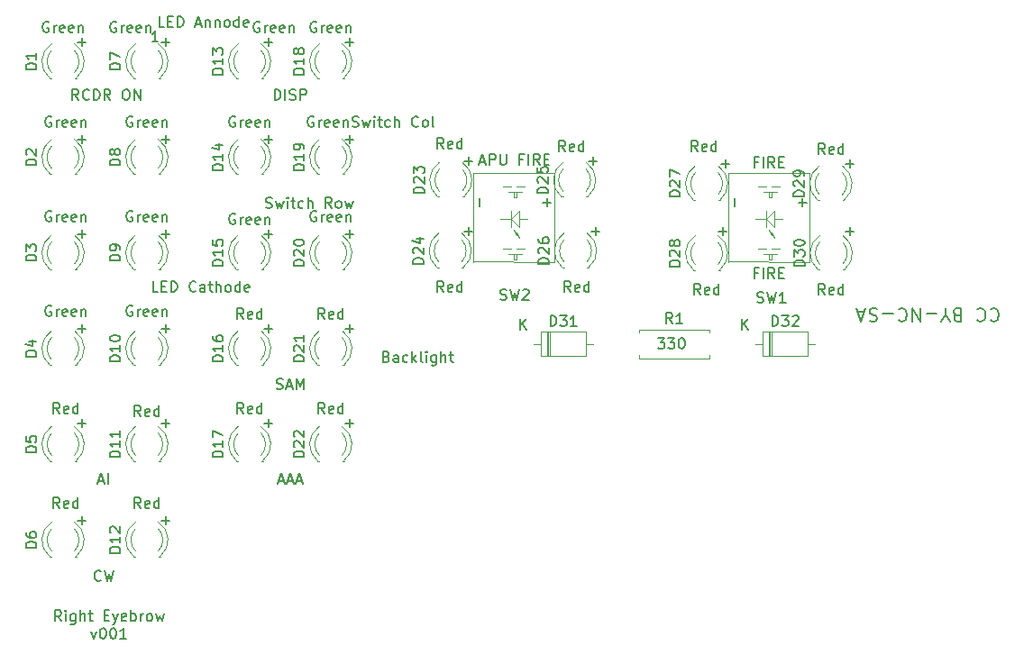
<source format=gbr>
G04 #@! TF.GenerationSoftware,KiCad,Pcbnew,(5.1.5-0-10_14)*
G04 #@! TF.CreationDate,2020-06-21T14:27:19+10:00*
G04 #@! TF.ProjectId,EWI_Right,4557495f-5269-4676-9874-2e6b69636164,-*
G04 #@! TF.SameCoordinates,Original*
G04 #@! TF.FileFunction,Legend,Top*
G04 #@! TF.FilePolarity,Positive*
%FSLAX46Y46*%
G04 Gerber Fmt 4.6, Leading zero omitted, Abs format (unit mm)*
G04 Created by KiCad (PCBNEW (5.1.5-0-10_14)) date 2020-06-21 14:27:19*
%MOMM*%
%LPD*%
G04 APERTURE LIST*
%ADD10C,0.150000*%
%ADD11C,0.200000*%
%ADD12C,0.120000*%
G04 APERTURE END LIST*
D10*
X139772000Y-92591380D02*
X139438666Y-92115190D01*
X139200571Y-92591380D02*
X139200571Y-91591380D01*
X139581523Y-91591380D01*
X139676761Y-91639000D01*
X139724380Y-91686619D01*
X139772000Y-91781857D01*
X139772000Y-91924714D01*
X139724380Y-92019952D01*
X139676761Y-92067571D01*
X139581523Y-92115190D01*
X139200571Y-92115190D01*
X140200571Y-92591380D02*
X140200571Y-91924714D01*
X140200571Y-91591380D02*
X140152952Y-91639000D01*
X140200571Y-91686619D01*
X140248190Y-91639000D01*
X140200571Y-91591380D01*
X140200571Y-91686619D01*
X141105333Y-91924714D02*
X141105333Y-92734238D01*
X141057714Y-92829476D01*
X141010095Y-92877095D01*
X140914857Y-92924714D01*
X140772000Y-92924714D01*
X140676761Y-92877095D01*
X141105333Y-92543761D02*
X141010095Y-92591380D01*
X140819619Y-92591380D01*
X140724380Y-92543761D01*
X140676761Y-92496142D01*
X140629142Y-92400904D01*
X140629142Y-92115190D01*
X140676761Y-92019952D01*
X140724380Y-91972333D01*
X140819619Y-91924714D01*
X141010095Y-91924714D01*
X141105333Y-91972333D01*
X141581523Y-92591380D02*
X141581523Y-91591380D01*
X142010095Y-92591380D02*
X142010095Y-92067571D01*
X141962476Y-91972333D01*
X141867238Y-91924714D01*
X141724380Y-91924714D01*
X141629142Y-91972333D01*
X141581523Y-92019952D01*
X142343428Y-91924714D02*
X142724380Y-91924714D01*
X142486285Y-91591380D02*
X142486285Y-92448523D01*
X142533904Y-92543761D01*
X142629142Y-92591380D01*
X142724380Y-92591380D01*
X143819619Y-92067571D02*
X144152952Y-92067571D01*
X144295809Y-92591380D02*
X143819619Y-92591380D01*
X143819619Y-91591380D01*
X144295809Y-91591380D01*
X144629142Y-91924714D02*
X144867238Y-92591380D01*
X145105333Y-91924714D02*
X144867238Y-92591380D01*
X144772000Y-92829476D01*
X144724380Y-92877095D01*
X144629142Y-92924714D01*
X145867238Y-92543761D02*
X145772000Y-92591380D01*
X145581523Y-92591380D01*
X145486285Y-92543761D01*
X145438666Y-92448523D01*
X145438666Y-92067571D01*
X145486285Y-91972333D01*
X145581523Y-91924714D01*
X145772000Y-91924714D01*
X145867238Y-91972333D01*
X145914857Y-92067571D01*
X145914857Y-92162809D01*
X145438666Y-92258047D01*
X146343428Y-92591380D02*
X146343428Y-91591380D01*
X146343428Y-91972333D02*
X146438666Y-91924714D01*
X146629142Y-91924714D01*
X146724380Y-91972333D01*
X146772000Y-92019952D01*
X146819619Y-92115190D01*
X146819619Y-92400904D01*
X146772000Y-92496142D01*
X146724380Y-92543761D01*
X146629142Y-92591380D01*
X146438666Y-92591380D01*
X146343428Y-92543761D01*
X147248190Y-92591380D02*
X147248190Y-91924714D01*
X147248190Y-92115190D02*
X147295809Y-92019952D01*
X147343428Y-91972333D01*
X147438666Y-91924714D01*
X147533904Y-91924714D01*
X148010095Y-92591380D02*
X147914857Y-92543761D01*
X147867238Y-92496142D01*
X147819619Y-92400904D01*
X147819619Y-92115190D01*
X147867238Y-92019952D01*
X147914857Y-91972333D01*
X148010095Y-91924714D01*
X148152952Y-91924714D01*
X148248190Y-91972333D01*
X148295809Y-92019952D01*
X148343428Y-92115190D01*
X148343428Y-92400904D01*
X148295809Y-92496142D01*
X148248190Y-92543761D01*
X148152952Y-92591380D01*
X148010095Y-92591380D01*
X148676761Y-91924714D02*
X148867238Y-92591380D01*
X149057714Y-92115190D01*
X149248190Y-92591380D01*
X149438666Y-91924714D01*
X142605333Y-93574714D02*
X142843428Y-94241380D01*
X143081523Y-93574714D01*
X143652952Y-93241380D02*
X143748190Y-93241380D01*
X143843428Y-93289000D01*
X143891047Y-93336619D01*
X143938666Y-93431857D01*
X143986285Y-93622333D01*
X143986285Y-93860428D01*
X143938666Y-94050904D01*
X143891047Y-94146142D01*
X143843428Y-94193761D01*
X143748190Y-94241380D01*
X143652952Y-94241380D01*
X143557714Y-94193761D01*
X143510095Y-94146142D01*
X143462476Y-94050904D01*
X143414857Y-93860428D01*
X143414857Y-93622333D01*
X143462476Y-93431857D01*
X143510095Y-93336619D01*
X143557714Y-93289000D01*
X143652952Y-93241380D01*
X144605333Y-93241380D02*
X144700571Y-93241380D01*
X144795809Y-93289000D01*
X144843428Y-93336619D01*
X144891047Y-93431857D01*
X144938666Y-93622333D01*
X144938666Y-93860428D01*
X144891047Y-94050904D01*
X144843428Y-94146142D01*
X144795809Y-94193761D01*
X144700571Y-94241380D01*
X144605333Y-94241380D01*
X144510095Y-94193761D01*
X144462476Y-94146142D01*
X144414857Y-94050904D01*
X144367238Y-93860428D01*
X144367238Y-93622333D01*
X144414857Y-93431857D01*
X144462476Y-93336619D01*
X144510095Y-93289000D01*
X144605333Y-93241380D01*
X145891047Y-94241380D02*
X145319619Y-94241380D01*
X145605333Y-94241380D02*
X145605333Y-93241380D01*
X145510095Y-93384238D01*
X145414857Y-93479476D01*
X145319619Y-93527095D01*
X163742857Y-36330000D02*
X163647619Y-36282380D01*
X163504761Y-36282380D01*
X163361904Y-36330000D01*
X163266666Y-36425238D01*
X163219047Y-36520476D01*
X163171428Y-36710952D01*
X163171428Y-36853809D01*
X163219047Y-37044285D01*
X163266666Y-37139523D01*
X163361904Y-37234761D01*
X163504761Y-37282380D01*
X163600000Y-37282380D01*
X163742857Y-37234761D01*
X163790476Y-37187142D01*
X163790476Y-36853809D01*
X163600000Y-36853809D01*
X164219047Y-37282380D02*
X164219047Y-36615714D01*
X164219047Y-36806190D02*
X164266666Y-36710952D01*
X164314285Y-36663333D01*
X164409523Y-36615714D01*
X164504761Y-36615714D01*
X165219047Y-37234761D02*
X165123809Y-37282380D01*
X164933333Y-37282380D01*
X164838095Y-37234761D01*
X164790476Y-37139523D01*
X164790476Y-36758571D01*
X164838095Y-36663333D01*
X164933333Y-36615714D01*
X165123809Y-36615714D01*
X165219047Y-36663333D01*
X165266666Y-36758571D01*
X165266666Y-36853809D01*
X164790476Y-36949047D01*
X166076190Y-37234761D02*
X165980952Y-37282380D01*
X165790476Y-37282380D01*
X165695238Y-37234761D01*
X165647619Y-37139523D01*
X165647619Y-36758571D01*
X165695238Y-36663333D01*
X165790476Y-36615714D01*
X165980952Y-36615714D01*
X166076190Y-36663333D01*
X166123809Y-36758571D01*
X166123809Y-36853809D01*
X165647619Y-36949047D01*
X166552380Y-36615714D02*
X166552380Y-37282380D01*
X166552380Y-36710952D02*
X166600000Y-36663333D01*
X166695238Y-36615714D01*
X166838095Y-36615714D01*
X166933333Y-36663333D01*
X166980952Y-36758571D01*
X166980952Y-37282380D01*
X158408857Y-36330000D02*
X158313619Y-36282380D01*
X158170761Y-36282380D01*
X158027904Y-36330000D01*
X157932666Y-36425238D01*
X157885047Y-36520476D01*
X157837428Y-36710952D01*
X157837428Y-36853809D01*
X157885047Y-37044285D01*
X157932666Y-37139523D01*
X158027904Y-37234761D01*
X158170761Y-37282380D01*
X158266000Y-37282380D01*
X158408857Y-37234761D01*
X158456476Y-37187142D01*
X158456476Y-36853809D01*
X158266000Y-36853809D01*
X158885047Y-37282380D02*
X158885047Y-36615714D01*
X158885047Y-36806190D02*
X158932666Y-36710952D01*
X158980285Y-36663333D01*
X159075523Y-36615714D01*
X159170761Y-36615714D01*
X159885047Y-37234761D02*
X159789809Y-37282380D01*
X159599333Y-37282380D01*
X159504095Y-37234761D01*
X159456476Y-37139523D01*
X159456476Y-36758571D01*
X159504095Y-36663333D01*
X159599333Y-36615714D01*
X159789809Y-36615714D01*
X159885047Y-36663333D01*
X159932666Y-36758571D01*
X159932666Y-36853809D01*
X159456476Y-36949047D01*
X160742190Y-37234761D02*
X160646952Y-37282380D01*
X160456476Y-37282380D01*
X160361238Y-37234761D01*
X160313619Y-37139523D01*
X160313619Y-36758571D01*
X160361238Y-36663333D01*
X160456476Y-36615714D01*
X160646952Y-36615714D01*
X160742190Y-36663333D01*
X160789809Y-36758571D01*
X160789809Y-36853809D01*
X160313619Y-36949047D01*
X161218380Y-36615714D02*
X161218380Y-37282380D01*
X161218380Y-36710952D02*
X161266000Y-36663333D01*
X161361238Y-36615714D01*
X161504095Y-36615714D01*
X161599333Y-36663333D01*
X161646952Y-36758571D01*
X161646952Y-37282380D01*
X144946857Y-36330000D02*
X144851619Y-36282380D01*
X144708761Y-36282380D01*
X144565904Y-36330000D01*
X144470666Y-36425238D01*
X144423047Y-36520476D01*
X144375428Y-36710952D01*
X144375428Y-36853809D01*
X144423047Y-37044285D01*
X144470666Y-37139523D01*
X144565904Y-37234761D01*
X144708761Y-37282380D01*
X144804000Y-37282380D01*
X144946857Y-37234761D01*
X144994476Y-37187142D01*
X144994476Y-36853809D01*
X144804000Y-36853809D01*
X145423047Y-37282380D02*
X145423047Y-36615714D01*
X145423047Y-36806190D02*
X145470666Y-36710952D01*
X145518285Y-36663333D01*
X145613523Y-36615714D01*
X145708761Y-36615714D01*
X146423047Y-37234761D02*
X146327809Y-37282380D01*
X146137333Y-37282380D01*
X146042095Y-37234761D01*
X145994476Y-37139523D01*
X145994476Y-36758571D01*
X146042095Y-36663333D01*
X146137333Y-36615714D01*
X146327809Y-36615714D01*
X146423047Y-36663333D01*
X146470666Y-36758571D01*
X146470666Y-36853809D01*
X145994476Y-36949047D01*
X147280190Y-37234761D02*
X147184952Y-37282380D01*
X146994476Y-37282380D01*
X146899238Y-37234761D01*
X146851619Y-37139523D01*
X146851619Y-36758571D01*
X146899238Y-36663333D01*
X146994476Y-36615714D01*
X147184952Y-36615714D01*
X147280190Y-36663333D01*
X147327809Y-36758571D01*
X147327809Y-36853809D01*
X146851619Y-36949047D01*
X147756380Y-36615714D02*
X147756380Y-37282380D01*
X147756380Y-36710952D02*
X147804000Y-36663333D01*
X147899238Y-36615714D01*
X148042095Y-36615714D01*
X148137333Y-36663333D01*
X148184952Y-36758571D01*
X148184952Y-37282380D01*
X138596857Y-36330000D02*
X138501619Y-36282380D01*
X138358761Y-36282380D01*
X138215904Y-36330000D01*
X138120666Y-36425238D01*
X138073047Y-36520476D01*
X138025428Y-36710952D01*
X138025428Y-36853809D01*
X138073047Y-37044285D01*
X138120666Y-37139523D01*
X138215904Y-37234761D01*
X138358761Y-37282380D01*
X138454000Y-37282380D01*
X138596857Y-37234761D01*
X138644476Y-37187142D01*
X138644476Y-36853809D01*
X138454000Y-36853809D01*
X139073047Y-37282380D02*
X139073047Y-36615714D01*
X139073047Y-36806190D02*
X139120666Y-36710952D01*
X139168285Y-36663333D01*
X139263523Y-36615714D01*
X139358761Y-36615714D01*
X140073047Y-37234761D02*
X139977809Y-37282380D01*
X139787333Y-37282380D01*
X139692095Y-37234761D01*
X139644476Y-37139523D01*
X139644476Y-36758571D01*
X139692095Y-36663333D01*
X139787333Y-36615714D01*
X139977809Y-36615714D01*
X140073047Y-36663333D01*
X140120666Y-36758571D01*
X140120666Y-36853809D01*
X139644476Y-36949047D01*
X140930190Y-37234761D02*
X140834952Y-37282380D01*
X140644476Y-37282380D01*
X140549238Y-37234761D01*
X140501619Y-37139523D01*
X140501619Y-36758571D01*
X140549238Y-36663333D01*
X140644476Y-36615714D01*
X140834952Y-36615714D01*
X140930190Y-36663333D01*
X140977809Y-36758571D01*
X140977809Y-36853809D01*
X140501619Y-36949047D01*
X141406380Y-36615714D02*
X141406380Y-37282380D01*
X141406380Y-36710952D02*
X141454000Y-36663333D01*
X141549238Y-36615714D01*
X141692095Y-36615714D01*
X141787333Y-36663333D01*
X141834952Y-36758571D01*
X141834952Y-37282380D01*
X138850857Y-45220000D02*
X138755619Y-45172380D01*
X138612761Y-45172380D01*
X138469904Y-45220000D01*
X138374666Y-45315238D01*
X138327047Y-45410476D01*
X138279428Y-45600952D01*
X138279428Y-45743809D01*
X138327047Y-45934285D01*
X138374666Y-46029523D01*
X138469904Y-46124761D01*
X138612761Y-46172380D01*
X138708000Y-46172380D01*
X138850857Y-46124761D01*
X138898476Y-46077142D01*
X138898476Y-45743809D01*
X138708000Y-45743809D01*
X139327047Y-46172380D02*
X139327047Y-45505714D01*
X139327047Y-45696190D02*
X139374666Y-45600952D01*
X139422285Y-45553333D01*
X139517523Y-45505714D01*
X139612761Y-45505714D01*
X140327047Y-46124761D02*
X140231809Y-46172380D01*
X140041333Y-46172380D01*
X139946095Y-46124761D01*
X139898476Y-46029523D01*
X139898476Y-45648571D01*
X139946095Y-45553333D01*
X140041333Y-45505714D01*
X140231809Y-45505714D01*
X140327047Y-45553333D01*
X140374666Y-45648571D01*
X140374666Y-45743809D01*
X139898476Y-45839047D01*
X141184190Y-46124761D02*
X141088952Y-46172380D01*
X140898476Y-46172380D01*
X140803238Y-46124761D01*
X140755619Y-46029523D01*
X140755619Y-45648571D01*
X140803238Y-45553333D01*
X140898476Y-45505714D01*
X141088952Y-45505714D01*
X141184190Y-45553333D01*
X141231809Y-45648571D01*
X141231809Y-45743809D01*
X140755619Y-45839047D01*
X141660380Y-45505714D02*
X141660380Y-46172380D01*
X141660380Y-45600952D02*
X141708000Y-45553333D01*
X141803238Y-45505714D01*
X141946095Y-45505714D01*
X142041333Y-45553333D01*
X142088952Y-45648571D01*
X142088952Y-46172380D01*
X146470857Y-45220000D02*
X146375619Y-45172380D01*
X146232761Y-45172380D01*
X146089904Y-45220000D01*
X145994666Y-45315238D01*
X145947047Y-45410476D01*
X145899428Y-45600952D01*
X145899428Y-45743809D01*
X145947047Y-45934285D01*
X145994666Y-46029523D01*
X146089904Y-46124761D01*
X146232761Y-46172380D01*
X146328000Y-46172380D01*
X146470857Y-46124761D01*
X146518476Y-46077142D01*
X146518476Y-45743809D01*
X146328000Y-45743809D01*
X146947047Y-46172380D02*
X146947047Y-45505714D01*
X146947047Y-45696190D02*
X146994666Y-45600952D01*
X147042285Y-45553333D01*
X147137523Y-45505714D01*
X147232761Y-45505714D01*
X147947047Y-46124761D02*
X147851809Y-46172380D01*
X147661333Y-46172380D01*
X147566095Y-46124761D01*
X147518476Y-46029523D01*
X147518476Y-45648571D01*
X147566095Y-45553333D01*
X147661333Y-45505714D01*
X147851809Y-45505714D01*
X147947047Y-45553333D01*
X147994666Y-45648571D01*
X147994666Y-45743809D01*
X147518476Y-45839047D01*
X148804190Y-46124761D02*
X148708952Y-46172380D01*
X148518476Y-46172380D01*
X148423238Y-46124761D01*
X148375619Y-46029523D01*
X148375619Y-45648571D01*
X148423238Y-45553333D01*
X148518476Y-45505714D01*
X148708952Y-45505714D01*
X148804190Y-45553333D01*
X148851809Y-45648571D01*
X148851809Y-45743809D01*
X148375619Y-45839047D01*
X149280380Y-45505714D02*
X149280380Y-46172380D01*
X149280380Y-45600952D02*
X149328000Y-45553333D01*
X149423238Y-45505714D01*
X149566095Y-45505714D01*
X149661333Y-45553333D01*
X149708952Y-45648571D01*
X149708952Y-46172380D01*
X156122857Y-45220000D02*
X156027619Y-45172380D01*
X155884761Y-45172380D01*
X155741904Y-45220000D01*
X155646666Y-45315238D01*
X155599047Y-45410476D01*
X155551428Y-45600952D01*
X155551428Y-45743809D01*
X155599047Y-45934285D01*
X155646666Y-46029523D01*
X155741904Y-46124761D01*
X155884761Y-46172380D01*
X155980000Y-46172380D01*
X156122857Y-46124761D01*
X156170476Y-46077142D01*
X156170476Y-45743809D01*
X155980000Y-45743809D01*
X156599047Y-46172380D02*
X156599047Y-45505714D01*
X156599047Y-45696190D02*
X156646666Y-45600952D01*
X156694285Y-45553333D01*
X156789523Y-45505714D01*
X156884761Y-45505714D01*
X157599047Y-46124761D02*
X157503809Y-46172380D01*
X157313333Y-46172380D01*
X157218095Y-46124761D01*
X157170476Y-46029523D01*
X157170476Y-45648571D01*
X157218095Y-45553333D01*
X157313333Y-45505714D01*
X157503809Y-45505714D01*
X157599047Y-45553333D01*
X157646666Y-45648571D01*
X157646666Y-45743809D01*
X157170476Y-45839047D01*
X158456190Y-46124761D02*
X158360952Y-46172380D01*
X158170476Y-46172380D01*
X158075238Y-46124761D01*
X158027619Y-46029523D01*
X158027619Y-45648571D01*
X158075238Y-45553333D01*
X158170476Y-45505714D01*
X158360952Y-45505714D01*
X158456190Y-45553333D01*
X158503809Y-45648571D01*
X158503809Y-45743809D01*
X158027619Y-45839047D01*
X158932380Y-45505714D02*
X158932380Y-46172380D01*
X158932380Y-45600952D02*
X158980000Y-45553333D01*
X159075238Y-45505714D01*
X159218095Y-45505714D01*
X159313333Y-45553333D01*
X159360952Y-45648571D01*
X159360952Y-46172380D01*
X163488857Y-45220000D02*
X163393619Y-45172380D01*
X163250761Y-45172380D01*
X163107904Y-45220000D01*
X163012666Y-45315238D01*
X162965047Y-45410476D01*
X162917428Y-45600952D01*
X162917428Y-45743809D01*
X162965047Y-45934285D01*
X163012666Y-46029523D01*
X163107904Y-46124761D01*
X163250761Y-46172380D01*
X163346000Y-46172380D01*
X163488857Y-46124761D01*
X163536476Y-46077142D01*
X163536476Y-45743809D01*
X163346000Y-45743809D01*
X163965047Y-46172380D02*
X163965047Y-45505714D01*
X163965047Y-45696190D02*
X164012666Y-45600952D01*
X164060285Y-45553333D01*
X164155523Y-45505714D01*
X164250761Y-45505714D01*
X164965047Y-46124761D02*
X164869809Y-46172380D01*
X164679333Y-46172380D01*
X164584095Y-46124761D01*
X164536476Y-46029523D01*
X164536476Y-45648571D01*
X164584095Y-45553333D01*
X164679333Y-45505714D01*
X164869809Y-45505714D01*
X164965047Y-45553333D01*
X165012666Y-45648571D01*
X165012666Y-45743809D01*
X164536476Y-45839047D01*
X165822190Y-46124761D02*
X165726952Y-46172380D01*
X165536476Y-46172380D01*
X165441238Y-46124761D01*
X165393619Y-46029523D01*
X165393619Y-45648571D01*
X165441238Y-45553333D01*
X165536476Y-45505714D01*
X165726952Y-45505714D01*
X165822190Y-45553333D01*
X165869809Y-45648571D01*
X165869809Y-45743809D01*
X165393619Y-45839047D01*
X166298380Y-45505714D02*
X166298380Y-46172380D01*
X166298380Y-45600952D02*
X166346000Y-45553333D01*
X166441238Y-45505714D01*
X166584095Y-45505714D01*
X166679333Y-45553333D01*
X166726952Y-45648571D01*
X166726952Y-46172380D01*
X163742857Y-54110000D02*
X163647619Y-54062380D01*
X163504761Y-54062380D01*
X163361904Y-54110000D01*
X163266666Y-54205238D01*
X163219047Y-54300476D01*
X163171428Y-54490952D01*
X163171428Y-54633809D01*
X163219047Y-54824285D01*
X163266666Y-54919523D01*
X163361904Y-55014761D01*
X163504761Y-55062380D01*
X163600000Y-55062380D01*
X163742857Y-55014761D01*
X163790476Y-54967142D01*
X163790476Y-54633809D01*
X163600000Y-54633809D01*
X164219047Y-55062380D02*
X164219047Y-54395714D01*
X164219047Y-54586190D02*
X164266666Y-54490952D01*
X164314285Y-54443333D01*
X164409523Y-54395714D01*
X164504761Y-54395714D01*
X165219047Y-55014761D02*
X165123809Y-55062380D01*
X164933333Y-55062380D01*
X164838095Y-55014761D01*
X164790476Y-54919523D01*
X164790476Y-54538571D01*
X164838095Y-54443333D01*
X164933333Y-54395714D01*
X165123809Y-54395714D01*
X165219047Y-54443333D01*
X165266666Y-54538571D01*
X165266666Y-54633809D01*
X164790476Y-54729047D01*
X166076190Y-55014761D02*
X165980952Y-55062380D01*
X165790476Y-55062380D01*
X165695238Y-55014761D01*
X165647619Y-54919523D01*
X165647619Y-54538571D01*
X165695238Y-54443333D01*
X165790476Y-54395714D01*
X165980952Y-54395714D01*
X166076190Y-54443333D01*
X166123809Y-54538571D01*
X166123809Y-54633809D01*
X165647619Y-54729047D01*
X166552380Y-54395714D02*
X166552380Y-55062380D01*
X166552380Y-54490952D02*
X166600000Y-54443333D01*
X166695238Y-54395714D01*
X166838095Y-54395714D01*
X166933333Y-54443333D01*
X166980952Y-54538571D01*
X166980952Y-55062380D01*
X156122857Y-54364000D02*
X156027619Y-54316380D01*
X155884761Y-54316380D01*
X155741904Y-54364000D01*
X155646666Y-54459238D01*
X155599047Y-54554476D01*
X155551428Y-54744952D01*
X155551428Y-54887809D01*
X155599047Y-55078285D01*
X155646666Y-55173523D01*
X155741904Y-55268761D01*
X155884761Y-55316380D01*
X155980000Y-55316380D01*
X156122857Y-55268761D01*
X156170476Y-55221142D01*
X156170476Y-54887809D01*
X155980000Y-54887809D01*
X156599047Y-55316380D02*
X156599047Y-54649714D01*
X156599047Y-54840190D02*
X156646666Y-54744952D01*
X156694285Y-54697333D01*
X156789523Y-54649714D01*
X156884761Y-54649714D01*
X157599047Y-55268761D02*
X157503809Y-55316380D01*
X157313333Y-55316380D01*
X157218095Y-55268761D01*
X157170476Y-55173523D01*
X157170476Y-54792571D01*
X157218095Y-54697333D01*
X157313333Y-54649714D01*
X157503809Y-54649714D01*
X157599047Y-54697333D01*
X157646666Y-54792571D01*
X157646666Y-54887809D01*
X157170476Y-54983047D01*
X158456190Y-55268761D02*
X158360952Y-55316380D01*
X158170476Y-55316380D01*
X158075238Y-55268761D01*
X158027619Y-55173523D01*
X158027619Y-54792571D01*
X158075238Y-54697333D01*
X158170476Y-54649714D01*
X158360952Y-54649714D01*
X158456190Y-54697333D01*
X158503809Y-54792571D01*
X158503809Y-54887809D01*
X158027619Y-54983047D01*
X158932380Y-54649714D02*
X158932380Y-55316380D01*
X158932380Y-54744952D02*
X158980000Y-54697333D01*
X159075238Y-54649714D01*
X159218095Y-54649714D01*
X159313333Y-54697333D01*
X159360952Y-54792571D01*
X159360952Y-55316380D01*
X146470857Y-54110000D02*
X146375619Y-54062380D01*
X146232761Y-54062380D01*
X146089904Y-54110000D01*
X145994666Y-54205238D01*
X145947047Y-54300476D01*
X145899428Y-54490952D01*
X145899428Y-54633809D01*
X145947047Y-54824285D01*
X145994666Y-54919523D01*
X146089904Y-55014761D01*
X146232761Y-55062380D01*
X146328000Y-55062380D01*
X146470857Y-55014761D01*
X146518476Y-54967142D01*
X146518476Y-54633809D01*
X146328000Y-54633809D01*
X146947047Y-55062380D02*
X146947047Y-54395714D01*
X146947047Y-54586190D02*
X146994666Y-54490952D01*
X147042285Y-54443333D01*
X147137523Y-54395714D01*
X147232761Y-54395714D01*
X147947047Y-55014761D02*
X147851809Y-55062380D01*
X147661333Y-55062380D01*
X147566095Y-55014761D01*
X147518476Y-54919523D01*
X147518476Y-54538571D01*
X147566095Y-54443333D01*
X147661333Y-54395714D01*
X147851809Y-54395714D01*
X147947047Y-54443333D01*
X147994666Y-54538571D01*
X147994666Y-54633809D01*
X147518476Y-54729047D01*
X148804190Y-55014761D02*
X148708952Y-55062380D01*
X148518476Y-55062380D01*
X148423238Y-55014761D01*
X148375619Y-54919523D01*
X148375619Y-54538571D01*
X148423238Y-54443333D01*
X148518476Y-54395714D01*
X148708952Y-54395714D01*
X148804190Y-54443333D01*
X148851809Y-54538571D01*
X148851809Y-54633809D01*
X148375619Y-54729047D01*
X149280380Y-54395714D02*
X149280380Y-55062380D01*
X149280380Y-54490952D02*
X149328000Y-54443333D01*
X149423238Y-54395714D01*
X149566095Y-54395714D01*
X149661333Y-54443333D01*
X149708952Y-54538571D01*
X149708952Y-55062380D01*
X138850857Y-54110000D02*
X138755619Y-54062380D01*
X138612761Y-54062380D01*
X138469904Y-54110000D01*
X138374666Y-54205238D01*
X138327047Y-54300476D01*
X138279428Y-54490952D01*
X138279428Y-54633809D01*
X138327047Y-54824285D01*
X138374666Y-54919523D01*
X138469904Y-55014761D01*
X138612761Y-55062380D01*
X138708000Y-55062380D01*
X138850857Y-55014761D01*
X138898476Y-54967142D01*
X138898476Y-54633809D01*
X138708000Y-54633809D01*
X139327047Y-55062380D02*
X139327047Y-54395714D01*
X139327047Y-54586190D02*
X139374666Y-54490952D01*
X139422285Y-54443333D01*
X139517523Y-54395714D01*
X139612761Y-54395714D01*
X140327047Y-55014761D02*
X140231809Y-55062380D01*
X140041333Y-55062380D01*
X139946095Y-55014761D01*
X139898476Y-54919523D01*
X139898476Y-54538571D01*
X139946095Y-54443333D01*
X140041333Y-54395714D01*
X140231809Y-54395714D01*
X140327047Y-54443333D01*
X140374666Y-54538571D01*
X140374666Y-54633809D01*
X139898476Y-54729047D01*
X141184190Y-55014761D02*
X141088952Y-55062380D01*
X140898476Y-55062380D01*
X140803238Y-55014761D01*
X140755619Y-54919523D01*
X140755619Y-54538571D01*
X140803238Y-54443333D01*
X140898476Y-54395714D01*
X141088952Y-54395714D01*
X141184190Y-54443333D01*
X141231809Y-54538571D01*
X141231809Y-54633809D01*
X140755619Y-54729047D01*
X141660380Y-54395714D02*
X141660380Y-55062380D01*
X141660380Y-54490952D02*
X141708000Y-54443333D01*
X141803238Y-54395714D01*
X141946095Y-54395714D01*
X142041333Y-54443333D01*
X142088952Y-54538571D01*
X142088952Y-55062380D01*
X146470857Y-63000000D02*
X146375619Y-62952380D01*
X146232761Y-62952380D01*
X146089904Y-63000000D01*
X145994666Y-63095238D01*
X145947047Y-63190476D01*
X145899428Y-63380952D01*
X145899428Y-63523809D01*
X145947047Y-63714285D01*
X145994666Y-63809523D01*
X146089904Y-63904761D01*
X146232761Y-63952380D01*
X146328000Y-63952380D01*
X146470857Y-63904761D01*
X146518476Y-63857142D01*
X146518476Y-63523809D01*
X146328000Y-63523809D01*
X146947047Y-63952380D02*
X146947047Y-63285714D01*
X146947047Y-63476190D02*
X146994666Y-63380952D01*
X147042285Y-63333333D01*
X147137523Y-63285714D01*
X147232761Y-63285714D01*
X147947047Y-63904761D02*
X147851809Y-63952380D01*
X147661333Y-63952380D01*
X147566095Y-63904761D01*
X147518476Y-63809523D01*
X147518476Y-63428571D01*
X147566095Y-63333333D01*
X147661333Y-63285714D01*
X147851809Y-63285714D01*
X147947047Y-63333333D01*
X147994666Y-63428571D01*
X147994666Y-63523809D01*
X147518476Y-63619047D01*
X148804190Y-63904761D02*
X148708952Y-63952380D01*
X148518476Y-63952380D01*
X148423238Y-63904761D01*
X148375619Y-63809523D01*
X148375619Y-63428571D01*
X148423238Y-63333333D01*
X148518476Y-63285714D01*
X148708952Y-63285714D01*
X148804190Y-63333333D01*
X148851809Y-63428571D01*
X148851809Y-63523809D01*
X148375619Y-63619047D01*
X149280380Y-63285714D02*
X149280380Y-63952380D01*
X149280380Y-63380952D02*
X149328000Y-63333333D01*
X149423238Y-63285714D01*
X149566095Y-63285714D01*
X149661333Y-63333333D01*
X149708952Y-63428571D01*
X149708952Y-63952380D01*
X138850857Y-63000000D02*
X138755619Y-62952380D01*
X138612761Y-62952380D01*
X138469904Y-63000000D01*
X138374666Y-63095238D01*
X138327047Y-63190476D01*
X138279428Y-63380952D01*
X138279428Y-63523809D01*
X138327047Y-63714285D01*
X138374666Y-63809523D01*
X138469904Y-63904761D01*
X138612761Y-63952380D01*
X138708000Y-63952380D01*
X138850857Y-63904761D01*
X138898476Y-63857142D01*
X138898476Y-63523809D01*
X138708000Y-63523809D01*
X139327047Y-63952380D02*
X139327047Y-63285714D01*
X139327047Y-63476190D02*
X139374666Y-63380952D01*
X139422285Y-63333333D01*
X139517523Y-63285714D01*
X139612761Y-63285714D01*
X140327047Y-63904761D02*
X140231809Y-63952380D01*
X140041333Y-63952380D01*
X139946095Y-63904761D01*
X139898476Y-63809523D01*
X139898476Y-63428571D01*
X139946095Y-63333333D01*
X140041333Y-63285714D01*
X140231809Y-63285714D01*
X140327047Y-63333333D01*
X140374666Y-63428571D01*
X140374666Y-63523809D01*
X139898476Y-63619047D01*
X141184190Y-63904761D02*
X141088952Y-63952380D01*
X140898476Y-63952380D01*
X140803238Y-63904761D01*
X140755619Y-63809523D01*
X140755619Y-63428571D01*
X140803238Y-63333333D01*
X140898476Y-63285714D01*
X141088952Y-63285714D01*
X141184190Y-63333333D01*
X141231809Y-63428571D01*
X141231809Y-63523809D01*
X140755619Y-63619047D01*
X141660380Y-63285714D02*
X141660380Y-63952380D01*
X141660380Y-63380952D02*
X141708000Y-63333333D01*
X141803238Y-63285714D01*
X141946095Y-63285714D01*
X142041333Y-63333333D01*
X142088952Y-63428571D01*
X142088952Y-63952380D01*
X164528571Y-64206380D02*
X164195238Y-63730190D01*
X163957142Y-64206380D02*
X163957142Y-63206380D01*
X164338095Y-63206380D01*
X164433333Y-63254000D01*
X164480952Y-63301619D01*
X164528571Y-63396857D01*
X164528571Y-63539714D01*
X164480952Y-63634952D01*
X164433333Y-63682571D01*
X164338095Y-63730190D01*
X163957142Y-63730190D01*
X165338095Y-64158761D02*
X165242857Y-64206380D01*
X165052380Y-64206380D01*
X164957142Y-64158761D01*
X164909523Y-64063523D01*
X164909523Y-63682571D01*
X164957142Y-63587333D01*
X165052380Y-63539714D01*
X165242857Y-63539714D01*
X165338095Y-63587333D01*
X165385714Y-63682571D01*
X165385714Y-63777809D01*
X164909523Y-63873047D01*
X166242857Y-64206380D02*
X166242857Y-63206380D01*
X166242857Y-64158761D02*
X166147619Y-64206380D01*
X165957142Y-64206380D01*
X165861904Y-64158761D01*
X165814285Y-64111142D01*
X165766666Y-64015904D01*
X165766666Y-63730190D01*
X165814285Y-63634952D01*
X165861904Y-63587333D01*
X165957142Y-63539714D01*
X166147619Y-63539714D01*
X166242857Y-63587333D01*
X156908571Y-64206380D02*
X156575238Y-63730190D01*
X156337142Y-64206380D02*
X156337142Y-63206380D01*
X156718095Y-63206380D01*
X156813333Y-63254000D01*
X156860952Y-63301619D01*
X156908571Y-63396857D01*
X156908571Y-63539714D01*
X156860952Y-63634952D01*
X156813333Y-63682571D01*
X156718095Y-63730190D01*
X156337142Y-63730190D01*
X157718095Y-64158761D02*
X157622857Y-64206380D01*
X157432380Y-64206380D01*
X157337142Y-64158761D01*
X157289523Y-64063523D01*
X157289523Y-63682571D01*
X157337142Y-63587333D01*
X157432380Y-63539714D01*
X157622857Y-63539714D01*
X157718095Y-63587333D01*
X157765714Y-63682571D01*
X157765714Y-63777809D01*
X157289523Y-63873047D01*
X158622857Y-64206380D02*
X158622857Y-63206380D01*
X158622857Y-64158761D02*
X158527619Y-64206380D01*
X158337142Y-64206380D01*
X158241904Y-64158761D01*
X158194285Y-64111142D01*
X158146666Y-64015904D01*
X158146666Y-63730190D01*
X158194285Y-63634952D01*
X158241904Y-63587333D01*
X158337142Y-63539714D01*
X158527619Y-63539714D01*
X158622857Y-63587333D01*
X164528571Y-73096380D02*
X164195238Y-72620190D01*
X163957142Y-73096380D02*
X163957142Y-72096380D01*
X164338095Y-72096380D01*
X164433333Y-72144000D01*
X164480952Y-72191619D01*
X164528571Y-72286857D01*
X164528571Y-72429714D01*
X164480952Y-72524952D01*
X164433333Y-72572571D01*
X164338095Y-72620190D01*
X163957142Y-72620190D01*
X165338095Y-73048761D02*
X165242857Y-73096380D01*
X165052380Y-73096380D01*
X164957142Y-73048761D01*
X164909523Y-72953523D01*
X164909523Y-72572571D01*
X164957142Y-72477333D01*
X165052380Y-72429714D01*
X165242857Y-72429714D01*
X165338095Y-72477333D01*
X165385714Y-72572571D01*
X165385714Y-72667809D01*
X164909523Y-72763047D01*
X166242857Y-73096380D02*
X166242857Y-72096380D01*
X166242857Y-73048761D02*
X166147619Y-73096380D01*
X165957142Y-73096380D01*
X165861904Y-73048761D01*
X165814285Y-73001142D01*
X165766666Y-72905904D01*
X165766666Y-72620190D01*
X165814285Y-72524952D01*
X165861904Y-72477333D01*
X165957142Y-72429714D01*
X166147619Y-72429714D01*
X166242857Y-72477333D01*
X156908571Y-73096380D02*
X156575238Y-72620190D01*
X156337142Y-73096380D02*
X156337142Y-72096380D01*
X156718095Y-72096380D01*
X156813333Y-72144000D01*
X156860952Y-72191619D01*
X156908571Y-72286857D01*
X156908571Y-72429714D01*
X156860952Y-72524952D01*
X156813333Y-72572571D01*
X156718095Y-72620190D01*
X156337142Y-72620190D01*
X157718095Y-73048761D02*
X157622857Y-73096380D01*
X157432380Y-73096380D01*
X157337142Y-73048761D01*
X157289523Y-72953523D01*
X157289523Y-72572571D01*
X157337142Y-72477333D01*
X157432380Y-72429714D01*
X157622857Y-72429714D01*
X157718095Y-72477333D01*
X157765714Y-72572571D01*
X157765714Y-72667809D01*
X157289523Y-72763047D01*
X158622857Y-73096380D02*
X158622857Y-72096380D01*
X158622857Y-73048761D02*
X158527619Y-73096380D01*
X158337142Y-73096380D01*
X158241904Y-73048761D01*
X158194285Y-73001142D01*
X158146666Y-72905904D01*
X158146666Y-72620190D01*
X158194285Y-72524952D01*
X158241904Y-72477333D01*
X158337142Y-72429714D01*
X158527619Y-72429714D01*
X158622857Y-72477333D01*
X147256571Y-73350380D02*
X146923238Y-72874190D01*
X146685142Y-73350380D02*
X146685142Y-72350380D01*
X147066095Y-72350380D01*
X147161333Y-72398000D01*
X147208952Y-72445619D01*
X147256571Y-72540857D01*
X147256571Y-72683714D01*
X147208952Y-72778952D01*
X147161333Y-72826571D01*
X147066095Y-72874190D01*
X146685142Y-72874190D01*
X148066095Y-73302761D02*
X147970857Y-73350380D01*
X147780380Y-73350380D01*
X147685142Y-73302761D01*
X147637523Y-73207523D01*
X147637523Y-72826571D01*
X147685142Y-72731333D01*
X147780380Y-72683714D01*
X147970857Y-72683714D01*
X148066095Y-72731333D01*
X148113714Y-72826571D01*
X148113714Y-72921809D01*
X147637523Y-73017047D01*
X148970857Y-73350380D02*
X148970857Y-72350380D01*
X148970857Y-73302761D02*
X148875619Y-73350380D01*
X148685142Y-73350380D01*
X148589904Y-73302761D01*
X148542285Y-73255142D01*
X148494666Y-73159904D01*
X148494666Y-72874190D01*
X148542285Y-72778952D01*
X148589904Y-72731333D01*
X148685142Y-72683714D01*
X148875619Y-72683714D01*
X148970857Y-72731333D01*
X139636571Y-73096380D02*
X139303238Y-72620190D01*
X139065142Y-73096380D02*
X139065142Y-72096380D01*
X139446095Y-72096380D01*
X139541333Y-72144000D01*
X139588952Y-72191619D01*
X139636571Y-72286857D01*
X139636571Y-72429714D01*
X139588952Y-72524952D01*
X139541333Y-72572571D01*
X139446095Y-72620190D01*
X139065142Y-72620190D01*
X140446095Y-73048761D02*
X140350857Y-73096380D01*
X140160380Y-73096380D01*
X140065142Y-73048761D01*
X140017523Y-72953523D01*
X140017523Y-72572571D01*
X140065142Y-72477333D01*
X140160380Y-72429714D01*
X140350857Y-72429714D01*
X140446095Y-72477333D01*
X140493714Y-72572571D01*
X140493714Y-72667809D01*
X140017523Y-72763047D01*
X141350857Y-73096380D02*
X141350857Y-72096380D01*
X141350857Y-73048761D02*
X141255619Y-73096380D01*
X141065142Y-73096380D01*
X140969904Y-73048761D01*
X140922285Y-73001142D01*
X140874666Y-72905904D01*
X140874666Y-72620190D01*
X140922285Y-72524952D01*
X140969904Y-72477333D01*
X141065142Y-72429714D01*
X141255619Y-72429714D01*
X141350857Y-72477333D01*
X147256571Y-81986380D02*
X146923238Y-81510190D01*
X146685142Y-81986380D02*
X146685142Y-80986380D01*
X147066095Y-80986380D01*
X147161333Y-81034000D01*
X147208952Y-81081619D01*
X147256571Y-81176857D01*
X147256571Y-81319714D01*
X147208952Y-81414952D01*
X147161333Y-81462571D01*
X147066095Y-81510190D01*
X146685142Y-81510190D01*
X148066095Y-81938761D02*
X147970857Y-81986380D01*
X147780380Y-81986380D01*
X147685142Y-81938761D01*
X147637523Y-81843523D01*
X147637523Y-81462571D01*
X147685142Y-81367333D01*
X147780380Y-81319714D01*
X147970857Y-81319714D01*
X148066095Y-81367333D01*
X148113714Y-81462571D01*
X148113714Y-81557809D01*
X147637523Y-81653047D01*
X148970857Y-81986380D02*
X148970857Y-80986380D01*
X148970857Y-81938761D02*
X148875619Y-81986380D01*
X148685142Y-81986380D01*
X148589904Y-81938761D01*
X148542285Y-81891142D01*
X148494666Y-81795904D01*
X148494666Y-81510190D01*
X148542285Y-81414952D01*
X148589904Y-81367333D01*
X148685142Y-81319714D01*
X148875619Y-81319714D01*
X148970857Y-81367333D01*
X139636571Y-81986380D02*
X139303238Y-81510190D01*
X139065142Y-81986380D02*
X139065142Y-80986380D01*
X139446095Y-80986380D01*
X139541333Y-81034000D01*
X139588952Y-81081619D01*
X139636571Y-81176857D01*
X139636571Y-81319714D01*
X139588952Y-81414952D01*
X139541333Y-81462571D01*
X139446095Y-81510190D01*
X139065142Y-81510190D01*
X140446095Y-81938761D02*
X140350857Y-81986380D01*
X140160380Y-81986380D01*
X140065142Y-81938761D01*
X140017523Y-81843523D01*
X140017523Y-81462571D01*
X140065142Y-81367333D01*
X140160380Y-81319714D01*
X140350857Y-81319714D01*
X140446095Y-81367333D01*
X140493714Y-81462571D01*
X140493714Y-81557809D01*
X140017523Y-81653047D01*
X141350857Y-81986380D02*
X141350857Y-80986380D01*
X141350857Y-81938761D02*
X141255619Y-81986380D01*
X141065142Y-81986380D01*
X140969904Y-81938761D01*
X140922285Y-81891142D01*
X140874666Y-81795904D01*
X140874666Y-81510190D01*
X140922285Y-81414952D01*
X140969904Y-81367333D01*
X141065142Y-81319714D01*
X141255619Y-81319714D01*
X141350857Y-81367333D01*
X160004285Y-70762761D02*
X160147142Y-70810380D01*
X160385238Y-70810380D01*
X160480476Y-70762761D01*
X160528095Y-70715142D01*
X160575714Y-70619904D01*
X160575714Y-70524666D01*
X160528095Y-70429428D01*
X160480476Y-70381809D01*
X160385238Y-70334190D01*
X160194761Y-70286571D01*
X160099523Y-70238952D01*
X160051904Y-70191333D01*
X160004285Y-70096095D01*
X160004285Y-70000857D01*
X160051904Y-69905619D01*
X160099523Y-69858000D01*
X160194761Y-69810380D01*
X160432857Y-69810380D01*
X160575714Y-69858000D01*
X160956666Y-70524666D02*
X161432857Y-70524666D01*
X160861428Y-70810380D02*
X161194761Y-69810380D01*
X161528095Y-70810380D01*
X161861428Y-70810380D02*
X161861428Y-69810380D01*
X162194761Y-70524666D01*
X162528095Y-69810380D01*
X162528095Y-70810380D01*
X160194761Y-79414666D02*
X160670952Y-79414666D01*
X160099523Y-79700380D02*
X160432857Y-78700380D01*
X160766190Y-79700380D01*
X161051904Y-79414666D02*
X161528095Y-79414666D01*
X160956666Y-79700380D02*
X161290000Y-78700380D01*
X161623333Y-79700380D01*
X161909047Y-79414666D02*
X162385238Y-79414666D01*
X161813809Y-79700380D02*
X162147142Y-78700380D01*
X162480476Y-79700380D01*
X143287809Y-79414666D02*
X143764000Y-79414666D01*
X143192571Y-79700380D02*
X143525904Y-78700380D01*
X143859238Y-79700380D01*
X144192571Y-79700380D02*
X144192571Y-78700380D01*
X143502095Y-88749142D02*
X143454476Y-88796761D01*
X143311619Y-88844380D01*
X143216380Y-88844380D01*
X143073523Y-88796761D01*
X142978285Y-88701523D01*
X142930666Y-88606285D01*
X142883047Y-88415809D01*
X142883047Y-88272952D01*
X142930666Y-88082476D01*
X142978285Y-87987238D01*
X143073523Y-87892000D01*
X143216380Y-87844380D01*
X143311619Y-87844380D01*
X143454476Y-87892000D01*
X143502095Y-87939619D01*
X143835428Y-87844380D02*
X144073523Y-88844380D01*
X144264000Y-88130095D01*
X144454476Y-88844380D01*
X144692571Y-87844380D01*
X159813809Y-43632380D02*
X159813809Y-42632380D01*
X160051904Y-42632380D01*
X160194761Y-42680000D01*
X160290000Y-42775238D01*
X160337619Y-42870476D01*
X160385238Y-43060952D01*
X160385238Y-43203809D01*
X160337619Y-43394285D01*
X160290000Y-43489523D01*
X160194761Y-43584761D01*
X160051904Y-43632380D01*
X159813809Y-43632380D01*
X160813809Y-43632380D02*
X160813809Y-42632380D01*
X161242380Y-43584761D02*
X161385238Y-43632380D01*
X161623333Y-43632380D01*
X161718571Y-43584761D01*
X161766190Y-43537142D01*
X161813809Y-43441904D01*
X161813809Y-43346666D01*
X161766190Y-43251428D01*
X161718571Y-43203809D01*
X161623333Y-43156190D01*
X161432857Y-43108571D01*
X161337619Y-43060952D01*
X161290000Y-43013333D01*
X161242380Y-42918095D01*
X161242380Y-42822857D01*
X161290000Y-42727619D01*
X161337619Y-42680000D01*
X161432857Y-42632380D01*
X161670952Y-42632380D01*
X161813809Y-42680000D01*
X162242380Y-43632380D02*
X162242380Y-42632380D01*
X162623333Y-42632380D01*
X162718571Y-42680000D01*
X162766190Y-42727619D01*
X162813809Y-42822857D01*
X162813809Y-42965714D01*
X162766190Y-43060952D01*
X162718571Y-43108571D01*
X162623333Y-43156190D01*
X162242380Y-43156190D01*
X141398952Y-43632380D02*
X141065619Y-43156190D01*
X140827523Y-43632380D02*
X140827523Y-42632380D01*
X141208476Y-42632380D01*
X141303714Y-42680000D01*
X141351333Y-42727619D01*
X141398952Y-42822857D01*
X141398952Y-42965714D01*
X141351333Y-43060952D01*
X141303714Y-43108571D01*
X141208476Y-43156190D01*
X140827523Y-43156190D01*
X142398952Y-43537142D02*
X142351333Y-43584761D01*
X142208476Y-43632380D01*
X142113238Y-43632380D01*
X141970380Y-43584761D01*
X141875142Y-43489523D01*
X141827523Y-43394285D01*
X141779904Y-43203809D01*
X141779904Y-43060952D01*
X141827523Y-42870476D01*
X141875142Y-42775238D01*
X141970380Y-42680000D01*
X142113238Y-42632380D01*
X142208476Y-42632380D01*
X142351333Y-42680000D01*
X142398952Y-42727619D01*
X142827523Y-43632380D02*
X142827523Y-42632380D01*
X143065619Y-42632380D01*
X143208476Y-42680000D01*
X143303714Y-42775238D01*
X143351333Y-42870476D01*
X143398952Y-43060952D01*
X143398952Y-43203809D01*
X143351333Y-43394285D01*
X143303714Y-43489523D01*
X143208476Y-43584761D01*
X143065619Y-43632380D01*
X142827523Y-43632380D01*
X144398952Y-43632380D02*
X144065619Y-43156190D01*
X143827523Y-43632380D02*
X143827523Y-42632380D01*
X144208476Y-42632380D01*
X144303714Y-42680000D01*
X144351333Y-42727619D01*
X144398952Y-42822857D01*
X144398952Y-42965714D01*
X144351333Y-43060952D01*
X144303714Y-43108571D01*
X144208476Y-43156190D01*
X143827523Y-43156190D01*
X145779904Y-42632380D02*
X145970380Y-42632380D01*
X146065619Y-42680000D01*
X146160857Y-42775238D01*
X146208476Y-42965714D01*
X146208476Y-43299047D01*
X146160857Y-43489523D01*
X146065619Y-43584761D01*
X145970380Y-43632380D01*
X145779904Y-43632380D01*
X145684666Y-43584761D01*
X145589428Y-43489523D01*
X145541809Y-43299047D01*
X145541809Y-42965714D01*
X145589428Y-42775238D01*
X145684666Y-42680000D01*
X145779904Y-42632380D01*
X146637047Y-43632380D02*
X146637047Y-42632380D01*
X147208476Y-43632380D01*
X147208476Y-42632380D01*
X158996571Y-53744761D02*
X159139428Y-53792380D01*
X159377523Y-53792380D01*
X159472761Y-53744761D01*
X159520380Y-53697142D01*
X159568000Y-53601904D01*
X159568000Y-53506666D01*
X159520380Y-53411428D01*
X159472761Y-53363809D01*
X159377523Y-53316190D01*
X159187047Y-53268571D01*
X159091809Y-53220952D01*
X159044190Y-53173333D01*
X158996571Y-53078095D01*
X158996571Y-52982857D01*
X159044190Y-52887619D01*
X159091809Y-52840000D01*
X159187047Y-52792380D01*
X159425142Y-52792380D01*
X159568000Y-52840000D01*
X159901333Y-53125714D02*
X160091809Y-53792380D01*
X160282285Y-53316190D01*
X160472761Y-53792380D01*
X160663238Y-53125714D01*
X161044190Y-53792380D02*
X161044190Y-53125714D01*
X161044190Y-52792380D02*
X160996571Y-52840000D01*
X161044190Y-52887619D01*
X161091809Y-52840000D01*
X161044190Y-52792380D01*
X161044190Y-52887619D01*
X161377523Y-53125714D02*
X161758476Y-53125714D01*
X161520380Y-52792380D02*
X161520380Y-53649523D01*
X161568000Y-53744761D01*
X161663238Y-53792380D01*
X161758476Y-53792380D01*
X162520380Y-53744761D02*
X162425142Y-53792380D01*
X162234666Y-53792380D01*
X162139428Y-53744761D01*
X162091809Y-53697142D01*
X162044190Y-53601904D01*
X162044190Y-53316190D01*
X162091809Y-53220952D01*
X162139428Y-53173333D01*
X162234666Y-53125714D01*
X162425142Y-53125714D01*
X162520380Y-53173333D01*
X162948952Y-53792380D02*
X162948952Y-52792380D01*
X163377523Y-53792380D02*
X163377523Y-53268571D01*
X163329904Y-53173333D01*
X163234666Y-53125714D01*
X163091809Y-53125714D01*
X162996571Y-53173333D01*
X162948952Y-53220952D01*
X165187047Y-53792380D02*
X164853714Y-53316190D01*
X164615619Y-53792380D02*
X164615619Y-52792380D01*
X164996571Y-52792380D01*
X165091809Y-52840000D01*
X165139428Y-52887619D01*
X165187047Y-52982857D01*
X165187047Y-53125714D01*
X165139428Y-53220952D01*
X165091809Y-53268571D01*
X164996571Y-53316190D01*
X164615619Y-53316190D01*
X165758476Y-53792380D02*
X165663238Y-53744761D01*
X165615619Y-53697142D01*
X165568000Y-53601904D01*
X165568000Y-53316190D01*
X165615619Y-53220952D01*
X165663238Y-53173333D01*
X165758476Y-53125714D01*
X165901333Y-53125714D01*
X165996571Y-53173333D01*
X166044190Y-53220952D01*
X166091809Y-53316190D01*
X166091809Y-53601904D01*
X166044190Y-53697142D01*
X165996571Y-53744761D01*
X165901333Y-53792380D01*
X165758476Y-53792380D01*
X166425142Y-53125714D02*
X166615619Y-53792380D01*
X166806095Y-53316190D01*
X166996571Y-53792380D01*
X167187047Y-53125714D01*
X167132476Y-46124761D02*
X167275333Y-46172380D01*
X167513428Y-46172380D01*
X167608666Y-46124761D01*
X167656285Y-46077142D01*
X167703904Y-45981904D01*
X167703904Y-45886666D01*
X167656285Y-45791428D01*
X167608666Y-45743809D01*
X167513428Y-45696190D01*
X167322952Y-45648571D01*
X167227714Y-45600952D01*
X167180095Y-45553333D01*
X167132476Y-45458095D01*
X167132476Y-45362857D01*
X167180095Y-45267619D01*
X167227714Y-45220000D01*
X167322952Y-45172380D01*
X167561047Y-45172380D01*
X167703904Y-45220000D01*
X168037238Y-45505714D02*
X168227714Y-46172380D01*
X168418190Y-45696190D01*
X168608666Y-46172380D01*
X168799142Y-45505714D01*
X169180095Y-46172380D02*
X169180095Y-45505714D01*
X169180095Y-45172380D02*
X169132476Y-45220000D01*
X169180095Y-45267619D01*
X169227714Y-45220000D01*
X169180095Y-45172380D01*
X169180095Y-45267619D01*
X169513428Y-45505714D02*
X169894380Y-45505714D01*
X169656285Y-45172380D02*
X169656285Y-46029523D01*
X169703904Y-46124761D01*
X169799142Y-46172380D01*
X169894380Y-46172380D01*
X170656285Y-46124761D02*
X170561047Y-46172380D01*
X170370571Y-46172380D01*
X170275333Y-46124761D01*
X170227714Y-46077142D01*
X170180095Y-45981904D01*
X170180095Y-45696190D01*
X170227714Y-45600952D01*
X170275333Y-45553333D01*
X170370571Y-45505714D01*
X170561047Y-45505714D01*
X170656285Y-45553333D01*
X171084857Y-46172380D02*
X171084857Y-45172380D01*
X171513428Y-46172380D02*
X171513428Y-45648571D01*
X171465809Y-45553333D01*
X171370571Y-45505714D01*
X171227714Y-45505714D01*
X171132476Y-45553333D01*
X171084857Y-45600952D01*
X173322952Y-46077142D02*
X173275333Y-46124761D01*
X173132476Y-46172380D01*
X173037238Y-46172380D01*
X172894380Y-46124761D01*
X172799142Y-46029523D01*
X172751523Y-45934285D01*
X172703904Y-45743809D01*
X172703904Y-45600952D01*
X172751523Y-45410476D01*
X172799142Y-45315238D01*
X172894380Y-45220000D01*
X173037238Y-45172380D01*
X173132476Y-45172380D01*
X173275333Y-45220000D01*
X173322952Y-45267619D01*
X173894380Y-46172380D02*
X173799142Y-46124761D01*
X173751523Y-46077142D01*
X173703904Y-45981904D01*
X173703904Y-45696190D01*
X173751523Y-45600952D01*
X173799142Y-45553333D01*
X173894380Y-45505714D01*
X174037238Y-45505714D01*
X174132476Y-45553333D01*
X174180095Y-45600952D01*
X174227714Y-45696190D01*
X174227714Y-45981904D01*
X174180095Y-46077142D01*
X174132476Y-46124761D01*
X174037238Y-46172380D01*
X173894380Y-46172380D01*
X174799142Y-46172380D02*
X174703904Y-46124761D01*
X174656285Y-46029523D01*
X174656285Y-45172380D01*
X170323238Y-67746571D02*
X170466095Y-67794190D01*
X170513714Y-67841809D01*
X170561333Y-67937047D01*
X170561333Y-68079904D01*
X170513714Y-68175142D01*
X170466095Y-68222761D01*
X170370857Y-68270380D01*
X169989904Y-68270380D01*
X169989904Y-67270380D01*
X170323238Y-67270380D01*
X170418476Y-67318000D01*
X170466095Y-67365619D01*
X170513714Y-67460857D01*
X170513714Y-67556095D01*
X170466095Y-67651333D01*
X170418476Y-67698952D01*
X170323238Y-67746571D01*
X169989904Y-67746571D01*
X171418476Y-68270380D02*
X171418476Y-67746571D01*
X171370857Y-67651333D01*
X171275619Y-67603714D01*
X171085142Y-67603714D01*
X170989904Y-67651333D01*
X171418476Y-68222761D02*
X171323238Y-68270380D01*
X171085142Y-68270380D01*
X170989904Y-68222761D01*
X170942285Y-68127523D01*
X170942285Y-68032285D01*
X170989904Y-67937047D01*
X171085142Y-67889428D01*
X171323238Y-67889428D01*
X171418476Y-67841809D01*
X172323238Y-68222761D02*
X172228000Y-68270380D01*
X172037523Y-68270380D01*
X171942285Y-68222761D01*
X171894666Y-68175142D01*
X171847047Y-68079904D01*
X171847047Y-67794190D01*
X171894666Y-67698952D01*
X171942285Y-67651333D01*
X172037523Y-67603714D01*
X172228000Y-67603714D01*
X172323238Y-67651333D01*
X172751809Y-68270380D02*
X172751809Y-67270380D01*
X172847047Y-67889428D02*
X173132761Y-68270380D01*
X173132761Y-67603714D02*
X172751809Y-67984666D01*
X173704190Y-68270380D02*
X173608952Y-68222761D01*
X173561333Y-68127523D01*
X173561333Y-67270380D01*
X174085142Y-68270380D02*
X174085142Y-67603714D01*
X174085142Y-67270380D02*
X174037523Y-67318000D01*
X174085142Y-67365619D01*
X174132761Y-67318000D01*
X174085142Y-67270380D01*
X174085142Y-67365619D01*
X174989904Y-67603714D02*
X174989904Y-68413238D01*
X174942285Y-68508476D01*
X174894666Y-68556095D01*
X174799428Y-68603714D01*
X174656571Y-68603714D01*
X174561333Y-68556095D01*
X174989904Y-68222761D02*
X174894666Y-68270380D01*
X174704190Y-68270380D01*
X174608952Y-68222761D01*
X174561333Y-68175142D01*
X174513714Y-68079904D01*
X174513714Y-67794190D01*
X174561333Y-67698952D01*
X174608952Y-67651333D01*
X174704190Y-67603714D01*
X174894666Y-67603714D01*
X174989904Y-67651333D01*
X175466095Y-68270380D02*
X175466095Y-67270380D01*
X175894666Y-68270380D02*
X175894666Y-67746571D01*
X175847047Y-67651333D01*
X175751809Y-67603714D01*
X175608952Y-67603714D01*
X175513714Y-67651333D01*
X175466095Y-67698952D01*
X176228000Y-67603714D02*
X176608952Y-67603714D01*
X176370857Y-67270380D02*
X176370857Y-68127523D01*
X176418476Y-68222761D01*
X176513714Y-68270380D01*
X176608952Y-68270380D01*
X211518571Y-61920380D02*
X211185238Y-61444190D01*
X210947142Y-61920380D02*
X210947142Y-60920380D01*
X211328095Y-60920380D01*
X211423333Y-60968000D01*
X211470952Y-61015619D01*
X211518571Y-61110857D01*
X211518571Y-61253714D01*
X211470952Y-61348952D01*
X211423333Y-61396571D01*
X211328095Y-61444190D01*
X210947142Y-61444190D01*
X212328095Y-61872761D02*
X212232857Y-61920380D01*
X212042380Y-61920380D01*
X211947142Y-61872761D01*
X211899523Y-61777523D01*
X211899523Y-61396571D01*
X211947142Y-61301333D01*
X212042380Y-61253714D01*
X212232857Y-61253714D01*
X212328095Y-61301333D01*
X212375714Y-61396571D01*
X212375714Y-61491809D01*
X211899523Y-61587047D01*
X213232857Y-61920380D02*
X213232857Y-60920380D01*
X213232857Y-61872761D02*
X213137619Y-61920380D01*
X212947142Y-61920380D01*
X212851904Y-61872761D01*
X212804285Y-61825142D01*
X212756666Y-61729904D01*
X212756666Y-61444190D01*
X212804285Y-61348952D01*
X212851904Y-61301333D01*
X212947142Y-61253714D01*
X213137619Y-61253714D01*
X213232857Y-61301333D01*
X211518571Y-48712380D02*
X211185238Y-48236190D01*
X210947142Y-48712380D02*
X210947142Y-47712380D01*
X211328095Y-47712380D01*
X211423333Y-47760000D01*
X211470952Y-47807619D01*
X211518571Y-47902857D01*
X211518571Y-48045714D01*
X211470952Y-48140952D01*
X211423333Y-48188571D01*
X211328095Y-48236190D01*
X210947142Y-48236190D01*
X212328095Y-48664761D02*
X212232857Y-48712380D01*
X212042380Y-48712380D01*
X211947142Y-48664761D01*
X211899523Y-48569523D01*
X211899523Y-48188571D01*
X211947142Y-48093333D01*
X212042380Y-48045714D01*
X212232857Y-48045714D01*
X212328095Y-48093333D01*
X212375714Y-48188571D01*
X212375714Y-48283809D01*
X211899523Y-48379047D01*
X213232857Y-48712380D02*
X213232857Y-47712380D01*
X213232857Y-48664761D02*
X213137619Y-48712380D01*
X212947142Y-48712380D01*
X212851904Y-48664761D01*
X212804285Y-48617142D01*
X212756666Y-48521904D01*
X212756666Y-48236190D01*
X212804285Y-48140952D01*
X212851904Y-48093333D01*
X212947142Y-48045714D01*
X213137619Y-48045714D01*
X213232857Y-48093333D01*
X199580571Y-48458380D02*
X199247238Y-47982190D01*
X199009142Y-48458380D02*
X199009142Y-47458380D01*
X199390095Y-47458380D01*
X199485333Y-47506000D01*
X199532952Y-47553619D01*
X199580571Y-47648857D01*
X199580571Y-47791714D01*
X199532952Y-47886952D01*
X199485333Y-47934571D01*
X199390095Y-47982190D01*
X199009142Y-47982190D01*
X200390095Y-48410761D02*
X200294857Y-48458380D01*
X200104380Y-48458380D01*
X200009142Y-48410761D01*
X199961523Y-48315523D01*
X199961523Y-47934571D01*
X200009142Y-47839333D01*
X200104380Y-47791714D01*
X200294857Y-47791714D01*
X200390095Y-47839333D01*
X200437714Y-47934571D01*
X200437714Y-48029809D01*
X199961523Y-48125047D01*
X201294857Y-48458380D02*
X201294857Y-47458380D01*
X201294857Y-48410761D02*
X201199619Y-48458380D01*
X201009142Y-48458380D01*
X200913904Y-48410761D01*
X200866285Y-48363142D01*
X200818666Y-48267904D01*
X200818666Y-47982190D01*
X200866285Y-47886952D01*
X200913904Y-47839333D01*
X201009142Y-47791714D01*
X201199619Y-47791714D01*
X201294857Y-47839333D01*
X199834571Y-61920380D02*
X199501238Y-61444190D01*
X199263142Y-61920380D02*
X199263142Y-60920380D01*
X199644095Y-60920380D01*
X199739333Y-60968000D01*
X199786952Y-61015619D01*
X199834571Y-61110857D01*
X199834571Y-61253714D01*
X199786952Y-61348952D01*
X199739333Y-61396571D01*
X199644095Y-61444190D01*
X199263142Y-61444190D01*
X200644095Y-61872761D02*
X200548857Y-61920380D01*
X200358380Y-61920380D01*
X200263142Y-61872761D01*
X200215523Y-61777523D01*
X200215523Y-61396571D01*
X200263142Y-61301333D01*
X200358380Y-61253714D01*
X200548857Y-61253714D01*
X200644095Y-61301333D01*
X200691714Y-61396571D01*
X200691714Y-61491809D01*
X200215523Y-61587047D01*
X201548857Y-61920380D02*
X201548857Y-60920380D01*
X201548857Y-61872761D02*
X201453619Y-61920380D01*
X201263142Y-61920380D01*
X201167904Y-61872761D01*
X201120285Y-61825142D01*
X201072666Y-61729904D01*
X201072666Y-61444190D01*
X201120285Y-61348952D01*
X201167904Y-61301333D01*
X201263142Y-61253714D01*
X201453619Y-61253714D01*
X201548857Y-61301333D01*
X187642571Y-61666380D02*
X187309238Y-61190190D01*
X187071142Y-61666380D02*
X187071142Y-60666380D01*
X187452095Y-60666380D01*
X187547333Y-60714000D01*
X187594952Y-60761619D01*
X187642571Y-60856857D01*
X187642571Y-60999714D01*
X187594952Y-61094952D01*
X187547333Y-61142571D01*
X187452095Y-61190190D01*
X187071142Y-61190190D01*
X188452095Y-61618761D02*
X188356857Y-61666380D01*
X188166380Y-61666380D01*
X188071142Y-61618761D01*
X188023523Y-61523523D01*
X188023523Y-61142571D01*
X188071142Y-61047333D01*
X188166380Y-60999714D01*
X188356857Y-60999714D01*
X188452095Y-61047333D01*
X188499714Y-61142571D01*
X188499714Y-61237809D01*
X188023523Y-61333047D01*
X189356857Y-61666380D02*
X189356857Y-60666380D01*
X189356857Y-61618761D02*
X189261619Y-61666380D01*
X189071142Y-61666380D01*
X188975904Y-61618761D01*
X188928285Y-61571142D01*
X188880666Y-61475904D01*
X188880666Y-61190190D01*
X188928285Y-61094952D01*
X188975904Y-61047333D01*
X189071142Y-60999714D01*
X189261619Y-60999714D01*
X189356857Y-61047333D01*
X175704571Y-61666380D02*
X175371238Y-61190190D01*
X175133142Y-61666380D02*
X175133142Y-60666380D01*
X175514095Y-60666380D01*
X175609333Y-60714000D01*
X175656952Y-60761619D01*
X175704571Y-60856857D01*
X175704571Y-60999714D01*
X175656952Y-61094952D01*
X175609333Y-61142571D01*
X175514095Y-61190190D01*
X175133142Y-61190190D01*
X176514095Y-61618761D02*
X176418857Y-61666380D01*
X176228380Y-61666380D01*
X176133142Y-61618761D01*
X176085523Y-61523523D01*
X176085523Y-61142571D01*
X176133142Y-61047333D01*
X176228380Y-60999714D01*
X176418857Y-60999714D01*
X176514095Y-61047333D01*
X176561714Y-61142571D01*
X176561714Y-61237809D01*
X176085523Y-61333047D01*
X177418857Y-61666380D02*
X177418857Y-60666380D01*
X177418857Y-61618761D02*
X177323619Y-61666380D01*
X177133142Y-61666380D01*
X177037904Y-61618761D01*
X176990285Y-61571142D01*
X176942666Y-61475904D01*
X176942666Y-61190190D01*
X176990285Y-61094952D01*
X177037904Y-61047333D01*
X177133142Y-60999714D01*
X177323619Y-60999714D01*
X177418857Y-61047333D01*
X187134571Y-48458380D02*
X186801238Y-47982190D01*
X186563142Y-48458380D02*
X186563142Y-47458380D01*
X186944095Y-47458380D01*
X187039333Y-47506000D01*
X187086952Y-47553619D01*
X187134571Y-47648857D01*
X187134571Y-47791714D01*
X187086952Y-47886952D01*
X187039333Y-47934571D01*
X186944095Y-47982190D01*
X186563142Y-47982190D01*
X187944095Y-48410761D02*
X187848857Y-48458380D01*
X187658380Y-48458380D01*
X187563142Y-48410761D01*
X187515523Y-48315523D01*
X187515523Y-47934571D01*
X187563142Y-47839333D01*
X187658380Y-47791714D01*
X187848857Y-47791714D01*
X187944095Y-47839333D01*
X187991714Y-47934571D01*
X187991714Y-48029809D01*
X187515523Y-48125047D01*
X188848857Y-48458380D02*
X188848857Y-47458380D01*
X188848857Y-48410761D02*
X188753619Y-48458380D01*
X188563142Y-48458380D01*
X188467904Y-48410761D01*
X188420285Y-48363142D01*
X188372666Y-48267904D01*
X188372666Y-47982190D01*
X188420285Y-47886952D01*
X188467904Y-47839333D01*
X188563142Y-47791714D01*
X188753619Y-47791714D01*
X188848857Y-47839333D01*
X175704571Y-48204380D02*
X175371238Y-47728190D01*
X175133142Y-48204380D02*
X175133142Y-47204380D01*
X175514095Y-47204380D01*
X175609333Y-47252000D01*
X175656952Y-47299619D01*
X175704571Y-47394857D01*
X175704571Y-47537714D01*
X175656952Y-47632952D01*
X175609333Y-47680571D01*
X175514095Y-47728190D01*
X175133142Y-47728190D01*
X176514095Y-48156761D02*
X176418857Y-48204380D01*
X176228380Y-48204380D01*
X176133142Y-48156761D01*
X176085523Y-48061523D01*
X176085523Y-47680571D01*
X176133142Y-47585333D01*
X176228380Y-47537714D01*
X176418857Y-47537714D01*
X176514095Y-47585333D01*
X176561714Y-47680571D01*
X176561714Y-47775809D01*
X176085523Y-47871047D01*
X177418857Y-48204380D02*
X177418857Y-47204380D01*
X177418857Y-48156761D02*
X177323619Y-48204380D01*
X177133142Y-48204380D01*
X177037904Y-48156761D01*
X176990285Y-48109142D01*
X176942666Y-48013904D01*
X176942666Y-47728190D01*
X176990285Y-47632952D01*
X177037904Y-47585333D01*
X177133142Y-47537714D01*
X177323619Y-47537714D01*
X177418857Y-47585333D01*
X179110095Y-49442666D02*
X179586285Y-49442666D01*
X179014857Y-49728380D02*
X179348190Y-48728380D01*
X179681523Y-49728380D01*
X180014857Y-49728380D02*
X180014857Y-48728380D01*
X180395809Y-48728380D01*
X180491047Y-48776000D01*
X180538666Y-48823619D01*
X180586285Y-48918857D01*
X180586285Y-49061714D01*
X180538666Y-49156952D01*
X180491047Y-49204571D01*
X180395809Y-49252190D01*
X180014857Y-49252190D01*
X181014857Y-48728380D02*
X181014857Y-49537904D01*
X181062476Y-49633142D01*
X181110095Y-49680761D01*
X181205333Y-49728380D01*
X181395809Y-49728380D01*
X181491047Y-49680761D01*
X181538666Y-49633142D01*
X181586285Y-49537904D01*
X181586285Y-48728380D01*
X183157714Y-49204571D02*
X182824380Y-49204571D01*
X182824380Y-49728380D02*
X182824380Y-48728380D01*
X183300571Y-48728380D01*
X183681523Y-49728380D02*
X183681523Y-48728380D01*
X184729142Y-49728380D02*
X184395809Y-49252190D01*
X184157714Y-49728380D02*
X184157714Y-48728380D01*
X184538666Y-48728380D01*
X184633904Y-48776000D01*
X184681523Y-48823619D01*
X184729142Y-48918857D01*
X184729142Y-49061714D01*
X184681523Y-49156952D01*
X184633904Y-49204571D01*
X184538666Y-49252190D01*
X184157714Y-49252190D01*
X185157714Y-49204571D02*
X185491047Y-49204571D01*
X185633904Y-49728380D02*
X185157714Y-49728380D01*
X185157714Y-48728380D01*
X185633904Y-48728380D01*
X205200380Y-59872571D02*
X204867047Y-59872571D01*
X204867047Y-60396380D02*
X204867047Y-59396380D01*
X205343238Y-59396380D01*
X205724190Y-60396380D02*
X205724190Y-59396380D01*
X206771809Y-60396380D02*
X206438476Y-59920190D01*
X206200380Y-60396380D02*
X206200380Y-59396380D01*
X206581333Y-59396380D01*
X206676571Y-59444000D01*
X206724190Y-59491619D01*
X206771809Y-59586857D01*
X206771809Y-59729714D01*
X206724190Y-59824952D01*
X206676571Y-59872571D01*
X206581333Y-59920190D01*
X206200380Y-59920190D01*
X207200380Y-59872571D02*
X207533714Y-59872571D01*
X207676571Y-60396380D02*
X207200380Y-60396380D01*
X207200380Y-59396380D01*
X207676571Y-59396380D01*
X205200380Y-49458571D02*
X204867047Y-49458571D01*
X204867047Y-49982380D02*
X204867047Y-48982380D01*
X205343238Y-48982380D01*
X205724190Y-49982380D02*
X205724190Y-48982380D01*
X206771809Y-49982380D02*
X206438476Y-49506190D01*
X206200380Y-49982380D02*
X206200380Y-48982380D01*
X206581333Y-48982380D01*
X206676571Y-49030000D01*
X206724190Y-49077619D01*
X206771809Y-49172857D01*
X206771809Y-49315714D01*
X206724190Y-49410952D01*
X206676571Y-49458571D01*
X206581333Y-49506190D01*
X206200380Y-49506190D01*
X207200380Y-49458571D02*
X207533714Y-49458571D01*
X207676571Y-49982380D02*
X207200380Y-49982380D01*
X207200380Y-48982380D01*
X207676571Y-48982380D01*
X201803047Y-49601428D02*
X202564952Y-49601428D01*
X202184000Y-49982380D02*
X202184000Y-49220476D01*
X213487047Y-49601428D02*
X214248952Y-49601428D01*
X213868000Y-49982380D02*
X213868000Y-49220476D01*
X213487047Y-55951428D02*
X214248952Y-55951428D01*
X213868000Y-56332380D02*
X213868000Y-55570476D01*
X201549047Y-55951428D02*
X202310952Y-55951428D01*
X201930000Y-56332380D02*
X201930000Y-55570476D01*
X189611047Y-55951428D02*
X190372952Y-55951428D01*
X189992000Y-56332380D02*
X189992000Y-55570476D01*
X177673047Y-55951428D02*
X178434952Y-55951428D01*
X178054000Y-56332380D02*
X178054000Y-55570476D01*
X189357047Y-49347428D02*
X190118952Y-49347428D01*
X189738000Y-49728380D02*
X189738000Y-48966476D01*
X177673047Y-49347428D02*
X178434952Y-49347428D01*
X178054000Y-49728380D02*
X178054000Y-48966476D01*
X141351047Y-83129428D02*
X142112952Y-83129428D01*
X141732000Y-83510380D02*
X141732000Y-82748476D01*
X149225047Y-83129428D02*
X149986952Y-83129428D01*
X149606000Y-83510380D02*
X149606000Y-82748476D01*
X158877047Y-73985428D02*
X159638952Y-73985428D01*
X159258000Y-74366380D02*
X159258000Y-73604476D01*
X166497047Y-73985428D02*
X167258952Y-73985428D01*
X166878000Y-74366380D02*
X166878000Y-73604476D01*
X141351047Y-73985428D02*
X142112952Y-73985428D01*
X141732000Y-74366380D02*
X141732000Y-73604476D01*
X149225047Y-73985428D02*
X149986952Y-73985428D01*
X149606000Y-74366380D02*
X149606000Y-73604476D01*
X149225047Y-65095428D02*
X149986952Y-65095428D01*
X149606000Y-65476380D02*
X149606000Y-64714476D01*
X166497047Y-65095428D02*
X167258952Y-65095428D01*
X166878000Y-65476380D02*
X166878000Y-64714476D01*
X141351047Y-65095428D02*
X142112952Y-65095428D01*
X141732000Y-65476380D02*
X141732000Y-64714476D01*
X158877047Y-65095428D02*
X159638952Y-65095428D01*
X159258000Y-65476380D02*
X159258000Y-64714476D01*
X166497047Y-56205428D02*
X167258952Y-56205428D01*
X166878000Y-56586380D02*
X166878000Y-55824476D01*
X141351047Y-56205428D02*
X142112952Y-56205428D01*
X141732000Y-56586380D02*
X141732000Y-55824476D01*
X158877047Y-56205428D02*
X159638952Y-56205428D01*
X159258000Y-56586380D02*
X159258000Y-55824476D01*
X149225047Y-56205428D02*
X149986952Y-56205428D01*
X149606000Y-56586380D02*
X149606000Y-55824476D01*
X149225047Y-47315428D02*
X149986952Y-47315428D01*
X149606000Y-47696380D02*
X149606000Y-46934476D01*
X141351047Y-47315428D02*
X142112952Y-47315428D01*
X141732000Y-47696380D02*
X141732000Y-46934476D01*
X158877047Y-47315428D02*
X159638952Y-47315428D01*
X159258000Y-47696380D02*
X159258000Y-46934476D01*
X166497047Y-47315428D02*
X167258952Y-47315428D01*
X166878000Y-47696380D02*
X166878000Y-46934476D01*
X166497047Y-38171428D02*
X167258952Y-38171428D01*
X166878000Y-38552380D02*
X166878000Y-37790476D01*
X158877047Y-38171428D02*
X159638952Y-38171428D01*
X159258000Y-38552380D02*
X159258000Y-37790476D01*
X149225047Y-38171428D02*
X149986952Y-38171428D01*
X149606000Y-38552380D02*
X149606000Y-37790476D01*
X141351047Y-38171428D02*
X142112952Y-38171428D01*
X141732000Y-38552380D02*
X141732000Y-37790476D01*
X195818285Y-66000380D02*
X196437333Y-66000380D01*
X196104000Y-66381333D01*
X196246857Y-66381333D01*
X196342095Y-66428952D01*
X196389714Y-66476571D01*
X196437333Y-66571809D01*
X196437333Y-66809904D01*
X196389714Y-66905142D01*
X196342095Y-66952761D01*
X196246857Y-67000380D01*
X195961142Y-67000380D01*
X195865904Y-66952761D01*
X195818285Y-66905142D01*
X196770666Y-66000380D02*
X197389714Y-66000380D01*
X197056380Y-66381333D01*
X197199238Y-66381333D01*
X197294476Y-66428952D01*
X197342095Y-66476571D01*
X197389714Y-66571809D01*
X197389714Y-66809904D01*
X197342095Y-66905142D01*
X197294476Y-66952761D01*
X197199238Y-67000380D01*
X196913523Y-67000380D01*
X196818285Y-66952761D01*
X196770666Y-66905142D01*
X198008761Y-66000380D02*
X198104000Y-66000380D01*
X198199238Y-66048000D01*
X198246857Y-66095619D01*
X198294476Y-66190857D01*
X198342095Y-66381333D01*
X198342095Y-66619428D01*
X198294476Y-66809904D01*
X198246857Y-66905142D01*
X198199238Y-66952761D01*
X198104000Y-67000380D01*
X198008761Y-67000380D01*
X197913523Y-66952761D01*
X197865904Y-66905142D01*
X197818285Y-66809904D01*
X197770666Y-66619428D01*
X197770666Y-66381333D01*
X197818285Y-66190857D01*
X197865904Y-66095619D01*
X197913523Y-66048000D01*
X198008761Y-66000380D01*
X148860380Y-61666380D02*
X148384190Y-61666380D01*
X148384190Y-60666380D01*
X149193714Y-61142571D02*
X149527047Y-61142571D01*
X149669904Y-61666380D02*
X149193714Y-61666380D01*
X149193714Y-60666380D01*
X149669904Y-60666380D01*
X150098476Y-61666380D02*
X150098476Y-60666380D01*
X150336571Y-60666380D01*
X150479428Y-60714000D01*
X150574666Y-60809238D01*
X150622285Y-60904476D01*
X150669904Y-61094952D01*
X150669904Y-61237809D01*
X150622285Y-61428285D01*
X150574666Y-61523523D01*
X150479428Y-61618761D01*
X150336571Y-61666380D01*
X150098476Y-61666380D01*
X152431809Y-61571142D02*
X152384190Y-61618761D01*
X152241333Y-61666380D01*
X152146095Y-61666380D01*
X152003238Y-61618761D01*
X151908000Y-61523523D01*
X151860380Y-61428285D01*
X151812761Y-61237809D01*
X151812761Y-61094952D01*
X151860380Y-60904476D01*
X151908000Y-60809238D01*
X152003238Y-60714000D01*
X152146095Y-60666380D01*
X152241333Y-60666380D01*
X152384190Y-60714000D01*
X152431809Y-60761619D01*
X153288952Y-61666380D02*
X153288952Y-61142571D01*
X153241333Y-61047333D01*
X153146095Y-60999714D01*
X152955619Y-60999714D01*
X152860380Y-61047333D01*
X153288952Y-61618761D02*
X153193714Y-61666380D01*
X152955619Y-61666380D01*
X152860380Y-61618761D01*
X152812761Y-61523523D01*
X152812761Y-61428285D01*
X152860380Y-61333047D01*
X152955619Y-61285428D01*
X153193714Y-61285428D01*
X153288952Y-61237809D01*
X153622285Y-60999714D02*
X154003238Y-60999714D01*
X153765142Y-60666380D02*
X153765142Y-61523523D01*
X153812761Y-61618761D01*
X153908000Y-61666380D01*
X154003238Y-61666380D01*
X154336571Y-61666380D02*
X154336571Y-60666380D01*
X154765142Y-61666380D02*
X154765142Y-61142571D01*
X154717523Y-61047333D01*
X154622285Y-60999714D01*
X154479428Y-60999714D01*
X154384190Y-61047333D01*
X154336571Y-61094952D01*
X155384190Y-61666380D02*
X155288952Y-61618761D01*
X155241333Y-61571142D01*
X155193714Y-61475904D01*
X155193714Y-61190190D01*
X155241333Y-61094952D01*
X155288952Y-61047333D01*
X155384190Y-60999714D01*
X155527047Y-60999714D01*
X155622285Y-61047333D01*
X155669904Y-61094952D01*
X155717523Y-61190190D01*
X155717523Y-61475904D01*
X155669904Y-61571142D01*
X155622285Y-61618761D01*
X155527047Y-61666380D01*
X155384190Y-61666380D01*
X156574666Y-61666380D02*
X156574666Y-60666380D01*
X156574666Y-61618761D02*
X156479428Y-61666380D01*
X156288952Y-61666380D01*
X156193714Y-61618761D01*
X156146095Y-61571142D01*
X156098476Y-61475904D01*
X156098476Y-61190190D01*
X156146095Y-61094952D01*
X156193714Y-61047333D01*
X156288952Y-60999714D01*
X156479428Y-60999714D01*
X156574666Y-61047333D01*
X157431809Y-61618761D02*
X157336571Y-61666380D01*
X157146095Y-61666380D01*
X157050857Y-61618761D01*
X157003238Y-61523523D01*
X157003238Y-61142571D01*
X157050857Y-61047333D01*
X157146095Y-60999714D01*
X157336571Y-60999714D01*
X157431809Y-61047333D01*
X157479428Y-61142571D01*
X157479428Y-61237809D01*
X157003238Y-61333047D01*
X149471523Y-36774380D02*
X148995333Y-36774380D01*
X148995333Y-35774380D01*
X149804857Y-36250571D02*
X150138190Y-36250571D01*
X150281047Y-36774380D02*
X149804857Y-36774380D01*
X149804857Y-35774380D01*
X150281047Y-35774380D01*
X150709619Y-36774380D02*
X150709619Y-35774380D01*
X150947714Y-35774380D01*
X151090571Y-35822000D01*
X151185809Y-35917238D01*
X151233428Y-36012476D01*
X151281047Y-36202952D01*
X151281047Y-36345809D01*
X151233428Y-36536285D01*
X151185809Y-36631523D01*
X151090571Y-36726761D01*
X150947714Y-36774380D01*
X150709619Y-36774380D01*
X152423904Y-36488666D02*
X152900095Y-36488666D01*
X152328666Y-36774380D02*
X152662000Y-35774380D01*
X152995333Y-36774380D01*
X153328666Y-36107714D02*
X153328666Y-36774380D01*
X153328666Y-36202952D02*
X153376285Y-36155333D01*
X153471523Y-36107714D01*
X153614380Y-36107714D01*
X153709619Y-36155333D01*
X153757238Y-36250571D01*
X153757238Y-36774380D01*
X154233428Y-36107714D02*
X154233428Y-36774380D01*
X154233428Y-36202952D02*
X154281047Y-36155333D01*
X154376285Y-36107714D01*
X154519142Y-36107714D01*
X154614380Y-36155333D01*
X154662000Y-36250571D01*
X154662000Y-36774380D01*
X155281047Y-36774380D02*
X155185809Y-36726761D01*
X155138190Y-36679142D01*
X155090571Y-36583904D01*
X155090571Y-36298190D01*
X155138190Y-36202952D01*
X155185809Y-36155333D01*
X155281047Y-36107714D01*
X155423904Y-36107714D01*
X155519142Y-36155333D01*
X155566761Y-36202952D01*
X155614380Y-36298190D01*
X155614380Y-36583904D01*
X155566761Y-36679142D01*
X155519142Y-36726761D01*
X155423904Y-36774380D01*
X155281047Y-36774380D01*
X156471523Y-36774380D02*
X156471523Y-35774380D01*
X156471523Y-36726761D02*
X156376285Y-36774380D01*
X156185809Y-36774380D01*
X156090571Y-36726761D01*
X156042952Y-36679142D01*
X155995333Y-36583904D01*
X155995333Y-36298190D01*
X156042952Y-36202952D01*
X156090571Y-36155333D01*
X156185809Y-36107714D01*
X156376285Y-36107714D01*
X156471523Y-36155333D01*
X157328666Y-36726761D02*
X157233428Y-36774380D01*
X157042952Y-36774380D01*
X156947714Y-36726761D01*
X156900095Y-36631523D01*
X156900095Y-36250571D01*
X156947714Y-36155333D01*
X157042952Y-36107714D01*
X157233428Y-36107714D01*
X157328666Y-36155333D01*
X157376285Y-36250571D01*
X157376285Y-36345809D01*
X156900095Y-36441047D01*
D11*
X227067333Y-63307571D02*
X227126857Y-63248047D01*
X227305428Y-63188523D01*
X227424476Y-63188523D01*
X227603047Y-63248047D01*
X227722095Y-63367095D01*
X227781619Y-63486142D01*
X227841142Y-63724238D01*
X227841142Y-63902809D01*
X227781619Y-64140904D01*
X227722095Y-64259952D01*
X227603047Y-64379000D01*
X227424476Y-64438523D01*
X227305428Y-64438523D01*
X227126857Y-64379000D01*
X227067333Y-64319476D01*
X225817333Y-63307571D02*
X225876857Y-63248047D01*
X226055428Y-63188523D01*
X226174476Y-63188523D01*
X226353047Y-63248047D01*
X226472095Y-63367095D01*
X226531619Y-63486142D01*
X226591142Y-63724238D01*
X226591142Y-63902809D01*
X226531619Y-64140904D01*
X226472095Y-64259952D01*
X226353047Y-64379000D01*
X226174476Y-64438523D01*
X226055428Y-64438523D01*
X225876857Y-64379000D01*
X225817333Y-64319476D01*
X223912571Y-63843285D02*
X223734000Y-63783761D01*
X223674476Y-63724238D01*
X223614952Y-63605190D01*
X223614952Y-63426619D01*
X223674476Y-63307571D01*
X223734000Y-63248047D01*
X223853047Y-63188523D01*
X224329238Y-63188523D01*
X224329238Y-64438523D01*
X223912571Y-64438523D01*
X223793523Y-64379000D01*
X223734000Y-64319476D01*
X223674476Y-64200428D01*
X223674476Y-64081380D01*
X223734000Y-63962333D01*
X223793523Y-63902809D01*
X223912571Y-63843285D01*
X224329238Y-63843285D01*
X222841142Y-63783761D02*
X222841142Y-63188523D01*
X223257809Y-64438523D02*
X222841142Y-63783761D01*
X222424476Y-64438523D01*
X222007809Y-63664714D02*
X221055428Y-63664714D01*
X220460190Y-63188523D02*
X220460190Y-64438523D01*
X219745904Y-63188523D01*
X219745904Y-64438523D01*
X218436380Y-63307571D02*
X218495904Y-63248047D01*
X218674476Y-63188523D01*
X218793523Y-63188523D01*
X218972095Y-63248047D01*
X219091142Y-63367095D01*
X219150666Y-63486142D01*
X219210190Y-63724238D01*
X219210190Y-63902809D01*
X219150666Y-64140904D01*
X219091142Y-64259952D01*
X218972095Y-64379000D01*
X218793523Y-64438523D01*
X218674476Y-64438523D01*
X218495904Y-64379000D01*
X218436380Y-64319476D01*
X217900666Y-63664714D02*
X216948285Y-63664714D01*
X216412571Y-63248047D02*
X216234000Y-63188523D01*
X215936380Y-63188523D01*
X215817333Y-63248047D01*
X215757809Y-63307571D01*
X215698285Y-63426619D01*
X215698285Y-63545666D01*
X215757809Y-63664714D01*
X215817333Y-63724238D01*
X215936380Y-63783761D01*
X216174476Y-63843285D01*
X216293523Y-63902809D01*
X216353047Y-63962333D01*
X216412571Y-64081380D01*
X216412571Y-64200428D01*
X216353047Y-64319476D01*
X216293523Y-64379000D01*
X216174476Y-64438523D01*
X215876857Y-64438523D01*
X215698285Y-64379000D01*
X215222095Y-63545666D02*
X214626857Y-63545666D01*
X215341142Y-63188523D02*
X214924476Y-64438523D01*
X214507809Y-63188523D01*
D10*
X148881890Y-38149920D02*
X148310461Y-38149920D01*
X148596176Y-38149920D02*
X148596176Y-37149920D01*
X148500937Y-37292778D01*
X148405699Y-37388016D01*
X148310461Y-37435635D01*
D12*
X148908000Y-77537200D02*
X149064000Y-77537200D01*
X146592000Y-77537200D02*
X146748000Y-77537200D01*
X148907837Y-74936070D02*
G75*
G02X148908000Y-77018161I-1079837J-1041130D01*
G01*
X146748163Y-74936070D02*
G75*
G03X146748000Y-77018161I1079837J-1041130D01*
G01*
X148906608Y-74304865D02*
G75*
G02X149063516Y-77537200I-1078608J-1672335D01*
G01*
X146749392Y-74304865D02*
G75*
G03X146592484Y-77537200I1078608J-1672335D01*
G01*
X206252000Y-65428000D02*
X206252000Y-67668000D01*
X206492000Y-65428000D02*
X206492000Y-67668000D01*
X206372000Y-65428000D02*
X206372000Y-67668000D01*
X210542000Y-66548000D02*
X209892000Y-66548000D01*
X205002000Y-66548000D02*
X205652000Y-66548000D01*
X209892000Y-65428000D02*
X205652000Y-65428000D01*
X209892000Y-67668000D02*
X209892000Y-65428000D01*
X205652000Y-67668000D02*
X209892000Y-67668000D01*
X205652000Y-65428000D02*
X205652000Y-67668000D01*
X185424000Y-65428000D02*
X185424000Y-67668000D01*
X185664000Y-65428000D02*
X185664000Y-67668000D01*
X185544000Y-65428000D02*
X185544000Y-67668000D01*
X189714000Y-66548000D02*
X189064000Y-66548000D01*
X184174000Y-66548000D02*
X184824000Y-66548000D01*
X189064000Y-65428000D02*
X184824000Y-65428000D01*
X189064000Y-67668000D02*
X189064000Y-65428000D01*
X184824000Y-67668000D02*
X189064000Y-67668000D01*
X184824000Y-65428000D02*
X184824000Y-67668000D01*
X200628000Y-67918000D02*
X200628000Y-67588000D01*
X194088000Y-67918000D02*
X200628000Y-67918000D01*
X194088000Y-67588000D02*
X194088000Y-67918000D01*
X200628000Y-65178000D02*
X200628000Y-65508000D01*
X194088000Y-65178000D02*
X200628000Y-65178000D01*
X194088000Y-65508000D02*
X194088000Y-65178000D01*
X186099000Y-50449200D02*
X186099000Y-51719200D01*
X178479000Y-50447200D02*
X186099000Y-50449200D01*
X178479000Y-58837200D02*
X178479000Y-50455200D01*
X186099000Y-58831200D02*
X178479000Y-58817200D01*
X186099000Y-50703200D02*
X186099000Y-58831200D01*
X182289000Y-58577200D02*
X182289000Y-58069200D01*
X183305000Y-57561200D02*
X182543000Y-57561200D01*
X182543000Y-58577200D02*
X182289000Y-58577200D01*
X183051000Y-58069200D02*
X181781000Y-58069200D01*
X182035000Y-57561200D02*
X181273000Y-57561200D01*
X182543000Y-58069200D02*
X182543000Y-58577200D01*
X182289000Y-52735200D02*
X182289000Y-52227200D01*
X182543000Y-52735200D02*
X182289000Y-52735200D01*
X182543000Y-52227200D02*
X182543000Y-52735200D01*
X183051000Y-52227200D02*
X181781000Y-52227200D01*
X182035000Y-51719200D02*
X181273000Y-51719200D01*
X183305000Y-51719200D02*
X182543000Y-51719200D01*
X182543000Y-56291200D02*
X182289000Y-55783200D01*
X182543000Y-56037200D02*
X182543000Y-56291200D01*
X182797000Y-56545200D02*
X182543000Y-56037200D01*
X182035000Y-54767200D02*
X181019000Y-54767200D01*
X182035000Y-54005200D02*
X182035000Y-54767200D01*
X182035000Y-55529200D02*
X182035000Y-54005200D01*
X182797000Y-54005200D02*
X182797000Y-54767200D01*
X182035000Y-54767200D02*
X182797000Y-54005200D01*
X182797000Y-55529200D02*
X182035000Y-54767200D01*
X182797000Y-54767200D02*
X182797000Y-55529200D01*
X183559000Y-54767200D02*
X182797000Y-54767200D01*
X210079000Y-50449200D02*
X210079000Y-51719200D01*
X202459000Y-50447200D02*
X210079000Y-50449200D01*
X202459000Y-58837200D02*
X202459000Y-50455200D01*
X210079000Y-58831200D02*
X202459000Y-58817200D01*
X210079000Y-50703200D02*
X210079000Y-58831200D01*
X206269000Y-58577200D02*
X206269000Y-58069200D01*
X207285000Y-57561200D02*
X206523000Y-57561200D01*
X206523000Y-58577200D02*
X206269000Y-58577200D01*
X207031000Y-58069200D02*
X205761000Y-58069200D01*
X206015000Y-57561200D02*
X205253000Y-57561200D01*
X206523000Y-58069200D02*
X206523000Y-58577200D01*
X206269000Y-52735200D02*
X206269000Y-52227200D01*
X206523000Y-52735200D02*
X206269000Y-52735200D01*
X206523000Y-52227200D02*
X206523000Y-52735200D01*
X207031000Y-52227200D02*
X205761000Y-52227200D01*
X206015000Y-51719200D02*
X205253000Y-51719200D01*
X207285000Y-51719200D02*
X206523000Y-51719200D01*
X206523000Y-56291200D02*
X206269000Y-55783200D01*
X206523000Y-56037200D02*
X206523000Y-56291200D01*
X206777000Y-56545200D02*
X206523000Y-56037200D01*
X206015000Y-54767200D02*
X204999000Y-54767200D01*
X206015000Y-54005200D02*
X206015000Y-54767200D01*
X206015000Y-55529200D02*
X206015000Y-54005200D01*
X206777000Y-54005200D02*
X206777000Y-54767200D01*
X206015000Y-54767200D02*
X206777000Y-54005200D01*
X206777000Y-55529200D02*
X206015000Y-54767200D01*
X206777000Y-54767200D02*
X206777000Y-55529200D01*
X207539000Y-54767200D02*
X206777000Y-54767200D01*
X213190000Y-59580000D02*
X213346000Y-59580000D01*
X210874000Y-59580000D02*
X211030000Y-59580000D01*
X213189837Y-56978870D02*
G75*
G02X213190000Y-59060961I-1079837J-1041130D01*
G01*
X211030163Y-56978870D02*
G75*
G03X211030000Y-59060961I1079837J-1041130D01*
G01*
X213188608Y-56347665D02*
G75*
G02X213345516Y-59580000I-1078608J-1672335D01*
G01*
X211031392Y-56347665D02*
G75*
G03X210874484Y-59580000I1078608J-1672335D01*
G01*
X213160000Y-53050000D02*
X213316000Y-53050000D01*
X210844000Y-53050000D02*
X211000000Y-53050000D01*
X213159837Y-50448870D02*
G75*
G02X213160000Y-52530961I-1079837J-1041130D01*
G01*
X211000163Y-50448870D02*
G75*
G03X211000000Y-52530961I1079837J-1041130D01*
G01*
X213158608Y-49817665D02*
G75*
G02X213315516Y-53050000I-1078608J-1672335D01*
G01*
X211001392Y-49817665D02*
G75*
G03X210844484Y-53050000I1078608J-1672335D01*
G01*
X201486000Y-59600000D02*
X201642000Y-59600000D01*
X199170000Y-59600000D02*
X199326000Y-59600000D01*
X201485837Y-56998870D02*
G75*
G02X201486000Y-59080961I-1079837J-1041130D01*
G01*
X199326163Y-56998870D02*
G75*
G03X199326000Y-59080961I1079837J-1041130D01*
G01*
X201484608Y-56367665D02*
G75*
G02X201641516Y-59600000I-1078608J-1672335D01*
G01*
X199327392Y-56367665D02*
G75*
G03X199170484Y-59600000I1078608J-1672335D01*
G01*
X201486000Y-53050000D02*
X201642000Y-53050000D01*
X199170000Y-53050000D02*
X199326000Y-53050000D01*
X201485837Y-50448870D02*
G75*
G02X201486000Y-52530961I-1079837J-1041130D01*
G01*
X199326163Y-50448870D02*
G75*
G03X199326000Y-52530961I1079837J-1041130D01*
G01*
X201484608Y-49817665D02*
G75*
G02X201641516Y-53050000I-1078608J-1672335D01*
G01*
X199327392Y-49817665D02*
G75*
G03X199170484Y-53050000I1078608J-1672335D01*
G01*
X189170000Y-59360000D02*
X189326000Y-59360000D01*
X186854000Y-59360000D02*
X187010000Y-59360000D01*
X189169837Y-56758870D02*
G75*
G02X189170000Y-58840961I-1079837J-1041130D01*
G01*
X187010163Y-56758870D02*
G75*
G03X187010000Y-58840961I1079837J-1041130D01*
G01*
X189168608Y-56127665D02*
G75*
G02X189325516Y-59360000I-1078608J-1672335D01*
G01*
X187011392Y-56127665D02*
G75*
G03X186854484Y-59360000I1078608J-1672335D01*
G01*
X189080000Y-52720000D02*
X189236000Y-52720000D01*
X186764000Y-52720000D02*
X186920000Y-52720000D01*
X189079837Y-50118870D02*
G75*
G02X189080000Y-52200961I-1079837J-1041130D01*
G01*
X186920163Y-50118870D02*
G75*
G03X186920000Y-52200961I1079837J-1041130D01*
G01*
X189078608Y-49487665D02*
G75*
G02X189235516Y-52720000I-1078608J-1672335D01*
G01*
X186921392Y-49487665D02*
G75*
G03X186764484Y-52720000I1078608J-1672335D01*
G01*
X177400000Y-59360000D02*
X177556000Y-59360000D01*
X175084000Y-59360000D02*
X175240000Y-59360000D01*
X177399837Y-56758870D02*
G75*
G02X177400000Y-58840961I-1079837J-1041130D01*
G01*
X175240163Y-56758870D02*
G75*
G03X175240000Y-58840961I1079837J-1041130D01*
G01*
X177398608Y-56127665D02*
G75*
G02X177555516Y-59360000I-1078608J-1672335D01*
G01*
X175241392Y-56127665D02*
G75*
G03X175084484Y-59360000I1078608J-1672335D01*
G01*
X177460000Y-52720000D02*
X177616000Y-52720000D01*
X175144000Y-52720000D02*
X175300000Y-52720000D01*
X177459837Y-50118870D02*
G75*
G02X177460000Y-52200961I-1079837J-1041130D01*
G01*
X175300163Y-50118870D02*
G75*
G03X175300000Y-52200961I1079837J-1041130D01*
G01*
X177458608Y-49487665D02*
G75*
G02X177615516Y-52720000I-1078608J-1672335D01*
G01*
X175301392Y-49487665D02*
G75*
G03X175144484Y-52720000I1078608J-1672335D01*
G01*
X166180000Y-77537200D02*
X166336000Y-77537200D01*
X163864000Y-77537200D02*
X164020000Y-77537200D01*
X166179837Y-74936070D02*
G75*
G02X166180000Y-77018161I-1079837J-1041130D01*
G01*
X164020163Y-74936070D02*
G75*
G03X164020000Y-77018161I1079837J-1041130D01*
G01*
X166178608Y-74304865D02*
G75*
G02X166335516Y-77537200I-1078608J-1672335D01*
G01*
X164021392Y-74304865D02*
G75*
G03X163864484Y-77537200I1078608J-1672335D01*
G01*
X166180000Y-68547200D02*
X166336000Y-68547200D01*
X163864000Y-68547200D02*
X164020000Y-68547200D01*
X166179837Y-65946070D02*
G75*
G02X166180000Y-68028161I-1079837J-1041130D01*
G01*
X164020163Y-65946070D02*
G75*
G03X164020000Y-68028161I1079837J-1041130D01*
G01*
X166178608Y-65314865D02*
G75*
G02X166335516Y-68547200I-1078608J-1672335D01*
G01*
X164021392Y-65314865D02*
G75*
G03X163864484Y-68547200I1078608J-1672335D01*
G01*
X166180000Y-59557200D02*
X166336000Y-59557200D01*
X163864000Y-59557200D02*
X164020000Y-59557200D01*
X166179837Y-56956070D02*
G75*
G02X166180000Y-59038161I-1079837J-1041130D01*
G01*
X164020163Y-56956070D02*
G75*
G03X164020000Y-59038161I1079837J-1041130D01*
G01*
X166178608Y-56324865D02*
G75*
G02X166335516Y-59557200I-1078608J-1672335D01*
G01*
X164021392Y-56324865D02*
G75*
G03X163864484Y-59557200I1078608J-1672335D01*
G01*
X166180000Y-50567200D02*
X166336000Y-50567200D01*
X163864000Y-50567200D02*
X164020000Y-50567200D01*
X166179837Y-47966070D02*
G75*
G02X166180000Y-50048161I-1079837J-1041130D01*
G01*
X164020163Y-47966070D02*
G75*
G03X164020000Y-50048161I1079837J-1041130D01*
G01*
X166178608Y-47334865D02*
G75*
G02X166335516Y-50567200I-1078608J-1672335D01*
G01*
X164021392Y-47334865D02*
G75*
G03X163864484Y-50567200I1078608J-1672335D01*
G01*
X166180000Y-41567200D02*
X166336000Y-41567200D01*
X163864000Y-41567200D02*
X164020000Y-41567200D01*
X166179837Y-38966070D02*
G75*
G02X166180000Y-41048161I-1079837J-1041130D01*
G01*
X164020163Y-38966070D02*
G75*
G03X164020000Y-41048161I1079837J-1041130D01*
G01*
X166178608Y-38334865D02*
G75*
G02X166335516Y-41567200I-1078608J-1672335D01*
G01*
X164021392Y-38334865D02*
G75*
G03X163864484Y-41567200I1078608J-1672335D01*
G01*
X158560000Y-77537200D02*
X158716000Y-77537200D01*
X156244000Y-77537200D02*
X156400000Y-77537200D01*
X158559837Y-74936070D02*
G75*
G02X158560000Y-77018161I-1079837J-1041130D01*
G01*
X156400163Y-74936070D02*
G75*
G03X156400000Y-77018161I1079837J-1041130D01*
G01*
X158558608Y-74304865D02*
G75*
G02X158715516Y-77537200I-1078608J-1672335D01*
G01*
X156401392Y-74304865D02*
G75*
G03X156244484Y-77537200I1078608J-1672335D01*
G01*
X158560000Y-68547200D02*
X158716000Y-68547200D01*
X156244000Y-68547200D02*
X156400000Y-68547200D01*
X158559837Y-65946070D02*
G75*
G02X158560000Y-68028161I-1079837J-1041130D01*
G01*
X156400163Y-65946070D02*
G75*
G03X156400000Y-68028161I1079837J-1041130D01*
G01*
X158558608Y-65314865D02*
G75*
G02X158715516Y-68547200I-1078608J-1672335D01*
G01*
X156401392Y-65314865D02*
G75*
G03X156244484Y-68547200I1078608J-1672335D01*
G01*
X158560000Y-59557200D02*
X158716000Y-59557200D01*
X156244000Y-59557200D02*
X156400000Y-59557200D01*
X158559837Y-56956070D02*
G75*
G02X158560000Y-59038161I-1079837J-1041130D01*
G01*
X156400163Y-56956070D02*
G75*
G03X156400000Y-59038161I1079837J-1041130D01*
G01*
X158558608Y-56324865D02*
G75*
G02X158715516Y-59557200I-1078608J-1672335D01*
G01*
X156401392Y-56324865D02*
G75*
G03X156244484Y-59557200I1078608J-1672335D01*
G01*
X158560000Y-50567200D02*
X158716000Y-50567200D01*
X156244000Y-50567200D02*
X156400000Y-50567200D01*
X158559837Y-47966070D02*
G75*
G02X158560000Y-50048161I-1079837J-1041130D01*
G01*
X156400163Y-47966070D02*
G75*
G03X156400000Y-50048161I1079837J-1041130D01*
G01*
X158558608Y-47334865D02*
G75*
G02X158715516Y-50567200I-1078608J-1672335D01*
G01*
X156401392Y-47334865D02*
G75*
G03X156244484Y-50567200I1078608J-1672335D01*
G01*
X158560000Y-41567200D02*
X158716000Y-41567200D01*
X156244000Y-41567200D02*
X156400000Y-41567200D01*
X158559837Y-38966070D02*
G75*
G02X158560000Y-41048161I-1079837J-1041130D01*
G01*
X156400163Y-38966070D02*
G75*
G03X156400000Y-41048161I1079837J-1041130D01*
G01*
X158558608Y-38334865D02*
G75*
G02X158715516Y-41567200I-1078608J-1672335D01*
G01*
X156401392Y-38334865D02*
G75*
G03X156244484Y-41567200I1078608J-1672335D01*
G01*
X148908000Y-86527200D02*
X149064000Y-86527200D01*
X146592000Y-86527200D02*
X146748000Y-86527200D01*
X148907837Y-83926070D02*
G75*
G02X148908000Y-86008161I-1079837J-1041130D01*
G01*
X146748163Y-83926070D02*
G75*
G03X146748000Y-86008161I1079837J-1041130D01*
G01*
X148906608Y-83294865D02*
G75*
G02X149063516Y-86527200I-1078608J-1672335D01*
G01*
X146749392Y-83294865D02*
G75*
G03X146592484Y-86527200I1078608J-1672335D01*
G01*
X148908000Y-68547200D02*
X149064000Y-68547200D01*
X146592000Y-68547200D02*
X146748000Y-68547200D01*
X148907837Y-65946070D02*
G75*
G02X148908000Y-68028161I-1079837J-1041130D01*
G01*
X146748163Y-65946070D02*
G75*
G03X146748000Y-68028161I1079837J-1041130D01*
G01*
X148906608Y-65314865D02*
G75*
G02X149063516Y-68547200I-1078608J-1672335D01*
G01*
X146749392Y-65314865D02*
G75*
G03X146592484Y-68547200I1078608J-1672335D01*
G01*
X148908000Y-59557200D02*
X149064000Y-59557200D01*
X146592000Y-59557200D02*
X146748000Y-59557200D01*
X148907837Y-56956070D02*
G75*
G02X148908000Y-59038161I-1079837J-1041130D01*
G01*
X146748163Y-56956070D02*
G75*
G03X146748000Y-59038161I1079837J-1041130D01*
G01*
X148906608Y-56324865D02*
G75*
G02X149063516Y-59557200I-1078608J-1672335D01*
G01*
X146749392Y-56324865D02*
G75*
G03X146592484Y-59557200I1078608J-1672335D01*
G01*
X148908000Y-50567200D02*
X149064000Y-50567200D01*
X146592000Y-50567200D02*
X146748000Y-50567200D01*
X148907837Y-47966070D02*
G75*
G02X148908000Y-50048161I-1079837J-1041130D01*
G01*
X146748163Y-47966070D02*
G75*
G03X146748000Y-50048161I1079837J-1041130D01*
G01*
X148906608Y-47334865D02*
G75*
G02X149063516Y-50567200I-1078608J-1672335D01*
G01*
X146749392Y-47334865D02*
G75*
G03X146592484Y-50567200I1078608J-1672335D01*
G01*
X148908000Y-41567200D02*
X149064000Y-41567200D01*
X146592000Y-41567200D02*
X146748000Y-41567200D01*
X148907837Y-38966070D02*
G75*
G02X148908000Y-41048161I-1079837J-1041130D01*
G01*
X146748163Y-38966070D02*
G75*
G03X146748000Y-41048161I1079837J-1041130D01*
G01*
X148906608Y-38334865D02*
G75*
G02X149063516Y-41567200I-1078608J-1672335D01*
G01*
X146749392Y-38334865D02*
G75*
G03X146592484Y-41567200I1078608J-1672335D01*
G01*
X141034000Y-86527200D02*
X141190000Y-86527200D01*
X138718000Y-86527200D02*
X138874000Y-86527200D01*
X141033837Y-83926070D02*
G75*
G02X141034000Y-86008161I-1079837J-1041130D01*
G01*
X138874163Y-83926070D02*
G75*
G03X138874000Y-86008161I1079837J-1041130D01*
G01*
X141032608Y-83294865D02*
G75*
G02X141189516Y-86527200I-1078608J-1672335D01*
G01*
X138875392Y-83294865D02*
G75*
G03X138718484Y-86527200I1078608J-1672335D01*
G01*
X141034000Y-77537200D02*
X141190000Y-77537200D01*
X138718000Y-77537200D02*
X138874000Y-77537200D01*
X141033837Y-74936070D02*
G75*
G02X141034000Y-77018161I-1079837J-1041130D01*
G01*
X138874163Y-74936070D02*
G75*
G03X138874000Y-77018161I1079837J-1041130D01*
G01*
X141032608Y-74304865D02*
G75*
G02X141189516Y-77537200I-1078608J-1672335D01*
G01*
X138875392Y-74304865D02*
G75*
G03X138718484Y-77537200I1078608J-1672335D01*
G01*
X141034000Y-68547200D02*
X141190000Y-68547200D01*
X138718000Y-68547200D02*
X138874000Y-68547200D01*
X141033837Y-65946070D02*
G75*
G02X141034000Y-68028161I-1079837J-1041130D01*
G01*
X138874163Y-65946070D02*
G75*
G03X138874000Y-68028161I1079837J-1041130D01*
G01*
X141032608Y-65314865D02*
G75*
G02X141189516Y-68547200I-1078608J-1672335D01*
G01*
X138875392Y-65314865D02*
G75*
G03X138718484Y-68547200I1078608J-1672335D01*
G01*
X141034000Y-59557200D02*
X141190000Y-59557200D01*
X138718000Y-59557200D02*
X138874000Y-59557200D01*
X141033837Y-56956070D02*
G75*
G02X141034000Y-59038161I-1079837J-1041130D01*
G01*
X138874163Y-56956070D02*
G75*
G03X138874000Y-59038161I1079837J-1041130D01*
G01*
X141032608Y-56324865D02*
G75*
G02X141189516Y-59557200I-1078608J-1672335D01*
G01*
X138875392Y-56324865D02*
G75*
G03X138718484Y-59557200I1078608J-1672335D01*
G01*
X141034000Y-50567200D02*
X141190000Y-50567200D01*
X138718000Y-50567200D02*
X138874000Y-50567200D01*
X141033837Y-47966070D02*
G75*
G02X141034000Y-50048161I-1079837J-1041130D01*
G01*
X138874163Y-47966070D02*
G75*
G03X138874000Y-50048161I1079837J-1041130D01*
G01*
X141032608Y-47334865D02*
G75*
G02X141189516Y-50567200I-1078608J-1672335D01*
G01*
X138875392Y-47334865D02*
G75*
G03X138718484Y-50567200I1078608J-1672335D01*
G01*
X141034000Y-41567200D02*
X141190000Y-41567200D01*
X138718000Y-41567200D02*
X138874000Y-41567200D01*
X141033837Y-38966070D02*
G75*
G02X141034000Y-41048161I-1079837J-1041130D01*
G01*
X138874163Y-38966070D02*
G75*
G03X138874000Y-41048161I1079837J-1041130D01*
G01*
X141032608Y-38334865D02*
G75*
G02X141189516Y-41567200I-1078608J-1672335D01*
G01*
X138875392Y-38334865D02*
G75*
G03X138718484Y-41567200I1078608J-1672335D01*
G01*
D10*
X145320380Y-77191485D02*
X144320380Y-77191485D01*
X144320380Y-76953390D01*
X144368000Y-76810533D01*
X144463238Y-76715295D01*
X144558476Y-76667676D01*
X144748952Y-76620057D01*
X144891809Y-76620057D01*
X145082285Y-76667676D01*
X145177523Y-76715295D01*
X145272761Y-76810533D01*
X145320380Y-76953390D01*
X145320380Y-77191485D01*
X145320380Y-75667676D02*
X145320380Y-76239104D01*
X145320380Y-75953390D02*
X144320380Y-75953390D01*
X144463238Y-76048628D01*
X144558476Y-76143866D01*
X144606095Y-76239104D01*
X145320380Y-74715295D02*
X145320380Y-75286723D01*
X145320380Y-75001009D02*
X144320380Y-75001009D01*
X144463238Y-75096247D01*
X144558476Y-75191485D01*
X144606095Y-75286723D01*
X206557714Y-64880380D02*
X206557714Y-63880380D01*
X206795809Y-63880380D01*
X206938666Y-63928000D01*
X207033904Y-64023238D01*
X207081523Y-64118476D01*
X207129142Y-64308952D01*
X207129142Y-64451809D01*
X207081523Y-64642285D01*
X207033904Y-64737523D01*
X206938666Y-64832761D01*
X206795809Y-64880380D01*
X206557714Y-64880380D01*
X207462476Y-63880380D02*
X208081523Y-63880380D01*
X207748190Y-64261333D01*
X207891047Y-64261333D01*
X207986285Y-64308952D01*
X208033904Y-64356571D01*
X208081523Y-64451809D01*
X208081523Y-64689904D01*
X208033904Y-64785142D01*
X207986285Y-64832761D01*
X207891047Y-64880380D01*
X207605333Y-64880380D01*
X207510095Y-64832761D01*
X207462476Y-64785142D01*
X208462476Y-63975619D02*
X208510095Y-63928000D01*
X208605333Y-63880380D01*
X208843428Y-63880380D01*
X208938666Y-63928000D01*
X208986285Y-63975619D01*
X209033904Y-64070857D01*
X209033904Y-64166095D01*
X208986285Y-64308952D01*
X208414857Y-64880380D01*
X209033904Y-64880380D01*
X203700095Y-65200380D02*
X203700095Y-64200380D01*
X204271523Y-65200380D02*
X203842952Y-64628952D01*
X204271523Y-64200380D02*
X203700095Y-64771809D01*
X185729714Y-64880380D02*
X185729714Y-63880380D01*
X185967809Y-63880380D01*
X186110666Y-63928000D01*
X186205904Y-64023238D01*
X186253523Y-64118476D01*
X186301142Y-64308952D01*
X186301142Y-64451809D01*
X186253523Y-64642285D01*
X186205904Y-64737523D01*
X186110666Y-64832761D01*
X185967809Y-64880380D01*
X185729714Y-64880380D01*
X186634476Y-63880380D02*
X187253523Y-63880380D01*
X186920190Y-64261333D01*
X187063047Y-64261333D01*
X187158285Y-64308952D01*
X187205904Y-64356571D01*
X187253523Y-64451809D01*
X187253523Y-64689904D01*
X187205904Y-64785142D01*
X187158285Y-64832761D01*
X187063047Y-64880380D01*
X186777333Y-64880380D01*
X186682095Y-64832761D01*
X186634476Y-64785142D01*
X188205904Y-64880380D02*
X187634476Y-64880380D01*
X187920190Y-64880380D02*
X187920190Y-63880380D01*
X187824952Y-64023238D01*
X187729714Y-64118476D01*
X187634476Y-64166095D01*
X182872095Y-65200380D02*
X182872095Y-64200380D01*
X183443523Y-65200380D02*
X183014952Y-64628952D01*
X183443523Y-64200380D02*
X182872095Y-64771809D01*
X197191333Y-64630380D02*
X196858000Y-64154190D01*
X196619904Y-64630380D02*
X196619904Y-63630380D01*
X197000857Y-63630380D01*
X197096095Y-63678000D01*
X197143714Y-63725619D01*
X197191333Y-63820857D01*
X197191333Y-63963714D01*
X197143714Y-64058952D01*
X197096095Y-64106571D01*
X197000857Y-64154190D01*
X196619904Y-64154190D01*
X198143714Y-64630380D02*
X197572285Y-64630380D01*
X197858000Y-64630380D02*
X197858000Y-63630380D01*
X197762761Y-63773238D01*
X197667523Y-63868476D01*
X197572285Y-63916095D01*
X181038666Y-62380761D02*
X181181523Y-62428380D01*
X181419619Y-62428380D01*
X181514857Y-62380761D01*
X181562476Y-62333142D01*
X181610095Y-62237904D01*
X181610095Y-62142666D01*
X181562476Y-62047428D01*
X181514857Y-61999809D01*
X181419619Y-61952190D01*
X181229142Y-61904571D01*
X181133904Y-61856952D01*
X181086285Y-61809333D01*
X181038666Y-61714095D01*
X181038666Y-61618857D01*
X181086285Y-61523619D01*
X181133904Y-61476000D01*
X181229142Y-61428380D01*
X181467238Y-61428380D01*
X181610095Y-61476000D01*
X181943428Y-61428380D02*
X182181523Y-62428380D01*
X182372000Y-61714095D01*
X182562476Y-62428380D01*
X182800571Y-61428380D01*
X183133904Y-61523619D02*
X183181523Y-61476000D01*
X183276761Y-61428380D01*
X183514857Y-61428380D01*
X183610095Y-61476000D01*
X183657714Y-61523619D01*
X183705333Y-61618857D01*
X183705333Y-61714095D01*
X183657714Y-61856952D01*
X183086285Y-62428380D01*
X183705333Y-62428380D01*
X179058428Y-53624152D02*
X179058428Y-52862247D01*
X185408428Y-53624152D02*
X185408428Y-52862247D01*
X185789380Y-53243200D02*
X185027476Y-53243200D01*
X205168666Y-62634761D02*
X205311523Y-62682380D01*
X205549619Y-62682380D01*
X205644857Y-62634761D01*
X205692476Y-62587142D01*
X205740095Y-62491904D01*
X205740095Y-62396666D01*
X205692476Y-62301428D01*
X205644857Y-62253809D01*
X205549619Y-62206190D01*
X205359142Y-62158571D01*
X205263904Y-62110952D01*
X205216285Y-62063333D01*
X205168666Y-61968095D01*
X205168666Y-61872857D01*
X205216285Y-61777619D01*
X205263904Y-61730000D01*
X205359142Y-61682380D01*
X205597238Y-61682380D01*
X205740095Y-61730000D01*
X206073428Y-61682380D02*
X206311523Y-62682380D01*
X206502000Y-61968095D01*
X206692476Y-62682380D01*
X206930571Y-61682380D01*
X207835333Y-62682380D02*
X207263904Y-62682380D01*
X207549619Y-62682380D02*
X207549619Y-61682380D01*
X207454380Y-61825238D01*
X207359142Y-61920476D01*
X207263904Y-61968095D01*
X203038428Y-53624152D02*
X203038428Y-52862247D01*
X209388428Y-53624152D02*
X209388428Y-52862247D01*
X209769380Y-53243200D02*
X209007476Y-53243200D01*
X209602380Y-59234285D02*
X208602380Y-59234285D01*
X208602380Y-58996190D01*
X208650000Y-58853333D01*
X208745238Y-58758095D01*
X208840476Y-58710476D01*
X209030952Y-58662857D01*
X209173809Y-58662857D01*
X209364285Y-58710476D01*
X209459523Y-58758095D01*
X209554761Y-58853333D01*
X209602380Y-58996190D01*
X209602380Y-59234285D01*
X208602380Y-58329523D02*
X208602380Y-57710476D01*
X208983333Y-58043809D01*
X208983333Y-57900952D01*
X209030952Y-57805714D01*
X209078571Y-57758095D01*
X209173809Y-57710476D01*
X209411904Y-57710476D01*
X209507142Y-57758095D01*
X209554761Y-57805714D01*
X209602380Y-57900952D01*
X209602380Y-58186666D01*
X209554761Y-58281904D01*
X209507142Y-58329523D01*
X208602380Y-57091428D02*
X208602380Y-56996190D01*
X208650000Y-56900952D01*
X208697619Y-56853333D01*
X208792857Y-56805714D01*
X208983333Y-56758095D01*
X209221428Y-56758095D01*
X209411904Y-56805714D01*
X209507142Y-56853333D01*
X209554761Y-56900952D01*
X209602380Y-56996190D01*
X209602380Y-57091428D01*
X209554761Y-57186666D01*
X209507142Y-57234285D01*
X209411904Y-57281904D01*
X209221428Y-57329523D01*
X208983333Y-57329523D01*
X208792857Y-57281904D01*
X208697619Y-57234285D01*
X208650000Y-57186666D01*
X208602380Y-57091428D01*
X209572380Y-52704285D02*
X208572380Y-52704285D01*
X208572380Y-52466190D01*
X208620000Y-52323333D01*
X208715238Y-52228095D01*
X208810476Y-52180476D01*
X209000952Y-52132857D01*
X209143809Y-52132857D01*
X209334285Y-52180476D01*
X209429523Y-52228095D01*
X209524761Y-52323333D01*
X209572380Y-52466190D01*
X209572380Y-52704285D01*
X208667619Y-51751904D02*
X208620000Y-51704285D01*
X208572380Y-51609047D01*
X208572380Y-51370952D01*
X208620000Y-51275714D01*
X208667619Y-51228095D01*
X208762857Y-51180476D01*
X208858095Y-51180476D01*
X209000952Y-51228095D01*
X209572380Y-51799523D01*
X209572380Y-51180476D01*
X209572380Y-50704285D02*
X209572380Y-50513809D01*
X209524761Y-50418571D01*
X209477142Y-50370952D01*
X209334285Y-50275714D01*
X209143809Y-50228095D01*
X208762857Y-50228095D01*
X208667619Y-50275714D01*
X208620000Y-50323333D01*
X208572380Y-50418571D01*
X208572380Y-50609047D01*
X208620000Y-50704285D01*
X208667619Y-50751904D01*
X208762857Y-50799523D01*
X209000952Y-50799523D01*
X209096190Y-50751904D01*
X209143809Y-50704285D01*
X209191428Y-50609047D01*
X209191428Y-50418571D01*
X209143809Y-50323333D01*
X209096190Y-50275714D01*
X209000952Y-50228095D01*
X197898380Y-59254285D02*
X196898380Y-59254285D01*
X196898380Y-59016190D01*
X196946000Y-58873333D01*
X197041238Y-58778095D01*
X197136476Y-58730476D01*
X197326952Y-58682857D01*
X197469809Y-58682857D01*
X197660285Y-58730476D01*
X197755523Y-58778095D01*
X197850761Y-58873333D01*
X197898380Y-59016190D01*
X197898380Y-59254285D01*
X196993619Y-58301904D02*
X196946000Y-58254285D01*
X196898380Y-58159047D01*
X196898380Y-57920952D01*
X196946000Y-57825714D01*
X196993619Y-57778095D01*
X197088857Y-57730476D01*
X197184095Y-57730476D01*
X197326952Y-57778095D01*
X197898380Y-58349523D01*
X197898380Y-57730476D01*
X197326952Y-57159047D02*
X197279333Y-57254285D01*
X197231714Y-57301904D01*
X197136476Y-57349523D01*
X197088857Y-57349523D01*
X196993619Y-57301904D01*
X196946000Y-57254285D01*
X196898380Y-57159047D01*
X196898380Y-56968571D01*
X196946000Y-56873333D01*
X196993619Y-56825714D01*
X197088857Y-56778095D01*
X197136476Y-56778095D01*
X197231714Y-56825714D01*
X197279333Y-56873333D01*
X197326952Y-56968571D01*
X197326952Y-57159047D01*
X197374571Y-57254285D01*
X197422190Y-57301904D01*
X197517428Y-57349523D01*
X197707904Y-57349523D01*
X197803142Y-57301904D01*
X197850761Y-57254285D01*
X197898380Y-57159047D01*
X197898380Y-56968571D01*
X197850761Y-56873333D01*
X197803142Y-56825714D01*
X197707904Y-56778095D01*
X197517428Y-56778095D01*
X197422190Y-56825714D01*
X197374571Y-56873333D01*
X197326952Y-56968571D01*
X197898380Y-52704285D02*
X196898380Y-52704285D01*
X196898380Y-52466190D01*
X196946000Y-52323333D01*
X197041238Y-52228095D01*
X197136476Y-52180476D01*
X197326952Y-52132857D01*
X197469809Y-52132857D01*
X197660285Y-52180476D01*
X197755523Y-52228095D01*
X197850761Y-52323333D01*
X197898380Y-52466190D01*
X197898380Y-52704285D01*
X196993619Y-51751904D02*
X196946000Y-51704285D01*
X196898380Y-51609047D01*
X196898380Y-51370952D01*
X196946000Y-51275714D01*
X196993619Y-51228095D01*
X197088857Y-51180476D01*
X197184095Y-51180476D01*
X197326952Y-51228095D01*
X197898380Y-51799523D01*
X197898380Y-51180476D01*
X196898380Y-50847142D02*
X196898380Y-50180476D01*
X197898380Y-50609047D01*
X185582380Y-59014285D02*
X184582380Y-59014285D01*
X184582380Y-58776190D01*
X184630000Y-58633333D01*
X184725238Y-58538095D01*
X184820476Y-58490476D01*
X185010952Y-58442857D01*
X185153809Y-58442857D01*
X185344285Y-58490476D01*
X185439523Y-58538095D01*
X185534761Y-58633333D01*
X185582380Y-58776190D01*
X185582380Y-59014285D01*
X184677619Y-58061904D02*
X184630000Y-58014285D01*
X184582380Y-57919047D01*
X184582380Y-57680952D01*
X184630000Y-57585714D01*
X184677619Y-57538095D01*
X184772857Y-57490476D01*
X184868095Y-57490476D01*
X185010952Y-57538095D01*
X185582380Y-58109523D01*
X185582380Y-57490476D01*
X184582380Y-56633333D02*
X184582380Y-56823809D01*
X184630000Y-56919047D01*
X184677619Y-56966666D01*
X184820476Y-57061904D01*
X185010952Y-57109523D01*
X185391904Y-57109523D01*
X185487142Y-57061904D01*
X185534761Y-57014285D01*
X185582380Y-56919047D01*
X185582380Y-56728571D01*
X185534761Y-56633333D01*
X185487142Y-56585714D01*
X185391904Y-56538095D01*
X185153809Y-56538095D01*
X185058571Y-56585714D01*
X185010952Y-56633333D01*
X184963333Y-56728571D01*
X184963333Y-56919047D01*
X185010952Y-57014285D01*
X185058571Y-57061904D01*
X185153809Y-57109523D01*
X185492380Y-52374285D02*
X184492380Y-52374285D01*
X184492380Y-52136190D01*
X184540000Y-51993333D01*
X184635238Y-51898095D01*
X184730476Y-51850476D01*
X184920952Y-51802857D01*
X185063809Y-51802857D01*
X185254285Y-51850476D01*
X185349523Y-51898095D01*
X185444761Y-51993333D01*
X185492380Y-52136190D01*
X185492380Y-52374285D01*
X184587619Y-51421904D02*
X184540000Y-51374285D01*
X184492380Y-51279047D01*
X184492380Y-51040952D01*
X184540000Y-50945714D01*
X184587619Y-50898095D01*
X184682857Y-50850476D01*
X184778095Y-50850476D01*
X184920952Y-50898095D01*
X185492380Y-51469523D01*
X185492380Y-50850476D01*
X184492380Y-49945714D02*
X184492380Y-50421904D01*
X184968571Y-50469523D01*
X184920952Y-50421904D01*
X184873333Y-50326666D01*
X184873333Y-50088571D01*
X184920952Y-49993333D01*
X184968571Y-49945714D01*
X185063809Y-49898095D01*
X185301904Y-49898095D01*
X185397142Y-49945714D01*
X185444761Y-49993333D01*
X185492380Y-50088571D01*
X185492380Y-50326666D01*
X185444761Y-50421904D01*
X185397142Y-50469523D01*
X173812380Y-59014285D02*
X172812380Y-59014285D01*
X172812380Y-58776190D01*
X172860000Y-58633333D01*
X172955238Y-58538095D01*
X173050476Y-58490476D01*
X173240952Y-58442857D01*
X173383809Y-58442857D01*
X173574285Y-58490476D01*
X173669523Y-58538095D01*
X173764761Y-58633333D01*
X173812380Y-58776190D01*
X173812380Y-59014285D01*
X172907619Y-58061904D02*
X172860000Y-58014285D01*
X172812380Y-57919047D01*
X172812380Y-57680952D01*
X172860000Y-57585714D01*
X172907619Y-57538095D01*
X173002857Y-57490476D01*
X173098095Y-57490476D01*
X173240952Y-57538095D01*
X173812380Y-58109523D01*
X173812380Y-57490476D01*
X173145714Y-56633333D02*
X173812380Y-56633333D01*
X172764761Y-56871428D02*
X173479047Y-57109523D01*
X173479047Y-56490476D01*
X173872380Y-52374285D02*
X172872380Y-52374285D01*
X172872380Y-52136190D01*
X172920000Y-51993333D01*
X173015238Y-51898095D01*
X173110476Y-51850476D01*
X173300952Y-51802857D01*
X173443809Y-51802857D01*
X173634285Y-51850476D01*
X173729523Y-51898095D01*
X173824761Y-51993333D01*
X173872380Y-52136190D01*
X173872380Y-52374285D01*
X172967619Y-51421904D02*
X172920000Y-51374285D01*
X172872380Y-51279047D01*
X172872380Y-51040952D01*
X172920000Y-50945714D01*
X172967619Y-50898095D01*
X173062857Y-50850476D01*
X173158095Y-50850476D01*
X173300952Y-50898095D01*
X173872380Y-51469523D01*
X173872380Y-50850476D01*
X172872380Y-50517142D02*
X172872380Y-49898095D01*
X173253333Y-50231428D01*
X173253333Y-50088571D01*
X173300952Y-49993333D01*
X173348571Y-49945714D01*
X173443809Y-49898095D01*
X173681904Y-49898095D01*
X173777142Y-49945714D01*
X173824761Y-49993333D01*
X173872380Y-50088571D01*
X173872380Y-50374285D01*
X173824761Y-50469523D01*
X173777142Y-50517142D01*
X162592380Y-77191485D02*
X161592380Y-77191485D01*
X161592380Y-76953390D01*
X161640000Y-76810533D01*
X161735238Y-76715295D01*
X161830476Y-76667676D01*
X162020952Y-76620057D01*
X162163809Y-76620057D01*
X162354285Y-76667676D01*
X162449523Y-76715295D01*
X162544761Y-76810533D01*
X162592380Y-76953390D01*
X162592380Y-77191485D01*
X161687619Y-76239104D02*
X161640000Y-76191485D01*
X161592380Y-76096247D01*
X161592380Y-75858152D01*
X161640000Y-75762914D01*
X161687619Y-75715295D01*
X161782857Y-75667676D01*
X161878095Y-75667676D01*
X162020952Y-75715295D01*
X162592380Y-76286723D01*
X162592380Y-75667676D01*
X161687619Y-75286723D02*
X161640000Y-75239104D01*
X161592380Y-75143866D01*
X161592380Y-74905771D01*
X161640000Y-74810533D01*
X161687619Y-74762914D01*
X161782857Y-74715295D01*
X161878095Y-74715295D01*
X162020952Y-74762914D01*
X162592380Y-75334342D01*
X162592380Y-74715295D01*
X162592380Y-68201485D02*
X161592380Y-68201485D01*
X161592380Y-67963390D01*
X161640000Y-67820533D01*
X161735238Y-67725295D01*
X161830476Y-67677676D01*
X162020952Y-67630057D01*
X162163809Y-67630057D01*
X162354285Y-67677676D01*
X162449523Y-67725295D01*
X162544761Y-67820533D01*
X162592380Y-67963390D01*
X162592380Y-68201485D01*
X161687619Y-67249104D02*
X161640000Y-67201485D01*
X161592380Y-67106247D01*
X161592380Y-66868152D01*
X161640000Y-66772914D01*
X161687619Y-66725295D01*
X161782857Y-66677676D01*
X161878095Y-66677676D01*
X162020952Y-66725295D01*
X162592380Y-67296723D01*
X162592380Y-66677676D01*
X162592380Y-65725295D02*
X162592380Y-66296723D01*
X162592380Y-66011009D02*
X161592380Y-66011009D01*
X161735238Y-66106247D01*
X161830476Y-66201485D01*
X161878095Y-66296723D01*
X162592380Y-59211485D02*
X161592380Y-59211485D01*
X161592380Y-58973390D01*
X161640000Y-58830533D01*
X161735238Y-58735295D01*
X161830476Y-58687676D01*
X162020952Y-58640057D01*
X162163809Y-58640057D01*
X162354285Y-58687676D01*
X162449523Y-58735295D01*
X162544761Y-58830533D01*
X162592380Y-58973390D01*
X162592380Y-59211485D01*
X161687619Y-58259104D02*
X161640000Y-58211485D01*
X161592380Y-58116247D01*
X161592380Y-57878152D01*
X161640000Y-57782914D01*
X161687619Y-57735295D01*
X161782857Y-57687676D01*
X161878095Y-57687676D01*
X162020952Y-57735295D01*
X162592380Y-58306723D01*
X162592380Y-57687676D01*
X161592380Y-57068628D02*
X161592380Y-56973390D01*
X161640000Y-56878152D01*
X161687619Y-56830533D01*
X161782857Y-56782914D01*
X161973333Y-56735295D01*
X162211428Y-56735295D01*
X162401904Y-56782914D01*
X162497142Y-56830533D01*
X162544761Y-56878152D01*
X162592380Y-56973390D01*
X162592380Y-57068628D01*
X162544761Y-57163866D01*
X162497142Y-57211485D01*
X162401904Y-57259104D01*
X162211428Y-57306723D01*
X161973333Y-57306723D01*
X161782857Y-57259104D01*
X161687619Y-57211485D01*
X161640000Y-57163866D01*
X161592380Y-57068628D01*
X162592380Y-50221485D02*
X161592380Y-50221485D01*
X161592380Y-49983390D01*
X161640000Y-49840533D01*
X161735238Y-49745295D01*
X161830476Y-49697676D01*
X162020952Y-49650057D01*
X162163809Y-49650057D01*
X162354285Y-49697676D01*
X162449523Y-49745295D01*
X162544761Y-49840533D01*
X162592380Y-49983390D01*
X162592380Y-50221485D01*
X162592380Y-48697676D02*
X162592380Y-49269104D01*
X162592380Y-48983390D02*
X161592380Y-48983390D01*
X161735238Y-49078628D01*
X161830476Y-49173866D01*
X161878095Y-49269104D01*
X162592380Y-48221485D02*
X162592380Y-48031009D01*
X162544761Y-47935771D01*
X162497142Y-47888152D01*
X162354285Y-47792914D01*
X162163809Y-47745295D01*
X161782857Y-47745295D01*
X161687619Y-47792914D01*
X161640000Y-47840533D01*
X161592380Y-47935771D01*
X161592380Y-48126247D01*
X161640000Y-48221485D01*
X161687619Y-48269104D01*
X161782857Y-48316723D01*
X162020952Y-48316723D01*
X162116190Y-48269104D01*
X162163809Y-48221485D01*
X162211428Y-48126247D01*
X162211428Y-47935771D01*
X162163809Y-47840533D01*
X162116190Y-47792914D01*
X162020952Y-47745295D01*
X162592380Y-41221485D02*
X161592380Y-41221485D01*
X161592380Y-40983390D01*
X161640000Y-40840533D01*
X161735238Y-40745295D01*
X161830476Y-40697676D01*
X162020952Y-40650057D01*
X162163809Y-40650057D01*
X162354285Y-40697676D01*
X162449523Y-40745295D01*
X162544761Y-40840533D01*
X162592380Y-40983390D01*
X162592380Y-41221485D01*
X162592380Y-39697676D02*
X162592380Y-40269104D01*
X162592380Y-39983390D02*
X161592380Y-39983390D01*
X161735238Y-40078628D01*
X161830476Y-40173866D01*
X161878095Y-40269104D01*
X162020952Y-39126247D02*
X161973333Y-39221485D01*
X161925714Y-39269104D01*
X161830476Y-39316723D01*
X161782857Y-39316723D01*
X161687619Y-39269104D01*
X161640000Y-39221485D01*
X161592380Y-39126247D01*
X161592380Y-38935771D01*
X161640000Y-38840533D01*
X161687619Y-38792914D01*
X161782857Y-38745295D01*
X161830476Y-38745295D01*
X161925714Y-38792914D01*
X161973333Y-38840533D01*
X162020952Y-38935771D01*
X162020952Y-39126247D01*
X162068571Y-39221485D01*
X162116190Y-39269104D01*
X162211428Y-39316723D01*
X162401904Y-39316723D01*
X162497142Y-39269104D01*
X162544761Y-39221485D01*
X162592380Y-39126247D01*
X162592380Y-38935771D01*
X162544761Y-38840533D01*
X162497142Y-38792914D01*
X162401904Y-38745295D01*
X162211428Y-38745295D01*
X162116190Y-38792914D01*
X162068571Y-38840533D01*
X162020952Y-38935771D01*
X154972380Y-77191485D02*
X153972380Y-77191485D01*
X153972380Y-76953390D01*
X154020000Y-76810533D01*
X154115238Y-76715295D01*
X154210476Y-76667676D01*
X154400952Y-76620057D01*
X154543809Y-76620057D01*
X154734285Y-76667676D01*
X154829523Y-76715295D01*
X154924761Y-76810533D01*
X154972380Y-76953390D01*
X154972380Y-77191485D01*
X154972380Y-75667676D02*
X154972380Y-76239104D01*
X154972380Y-75953390D02*
X153972380Y-75953390D01*
X154115238Y-76048628D01*
X154210476Y-76143866D01*
X154258095Y-76239104D01*
X153972380Y-75334342D02*
X153972380Y-74667676D01*
X154972380Y-75096247D01*
X154972380Y-68201485D02*
X153972380Y-68201485D01*
X153972380Y-67963390D01*
X154020000Y-67820533D01*
X154115238Y-67725295D01*
X154210476Y-67677676D01*
X154400952Y-67630057D01*
X154543809Y-67630057D01*
X154734285Y-67677676D01*
X154829523Y-67725295D01*
X154924761Y-67820533D01*
X154972380Y-67963390D01*
X154972380Y-68201485D01*
X154972380Y-66677676D02*
X154972380Y-67249104D01*
X154972380Y-66963390D02*
X153972380Y-66963390D01*
X154115238Y-67058628D01*
X154210476Y-67153866D01*
X154258095Y-67249104D01*
X153972380Y-65820533D02*
X153972380Y-66011009D01*
X154020000Y-66106247D01*
X154067619Y-66153866D01*
X154210476Y-66249104D01*
X154400952Y-66296723D01*
X154781904Y-66296723D01*
X154877142Y-66249104D01*
X154924761Y-66201485D01*
X154972380Y-66106247D01*
X154972380Y-65915771D01*
X154924761Y-65820533D01*
X154877142Y-65772914D01*
X154781904Y-65725295D01*
X154543809Y-65725295D01*
X154448571Y-65772914D01*
X154400952Y-65820533D01*
X154353333Y-65915771D01*
X154353333Y-66106247D01*
X154400952Y-66201485D01*
X154448571Y-66249104D01*
X154543809Y-66296723D01*
X154972380Y-59211485D02*
X153972380Y-59211485D01*
X153972380Y-58973390D01*
X154020000Y-58830533D01*
X154115238Y-58735295D01*
X154210476Y-58687676D01*
X154400952Y-58640057D01*
X154543809Y-58640057D01*
X154734285Y-58687676D01*
X154829523Y-58735295D01*
X154924761Y-58830533D01*
X154972380Y-58973390D01*
X154972380Y-59211485D01*
X154972380Y-57687676D02*
X154972380Y-58259104D01*
X154972380Y-57973390D02*
X153972380Y-57973390D01*
X154115238Y-58068628D01*
X154210476Y-58163866D01*
X154258095Y-58259104D01*
X153972380Y-56782914D02*
X153972380Y-57259104D01*
X154448571Y-57306723D01*
X154400952Y-57259104D01*
X154353333Y-57163866D01*
X154353333Y-56925771D01*
X154400952Y-56830533D01*
X154448571Y-56782914D01*
X154543809Y-56735295D01*
X154781904Y-56735295D01*
X154877142Y-56782914D01*
X154924761Y-56830533D01*
X154972380Y-56925771D01*
X154972380Y-57163866D01*
X154924761Y-57259104D01*
X154877142Y-57306723D01*
X154972380Y-50221485D02*
X153972380Y-50221485D01*
X153972380Y-49983390D01*
X154020000Y-49840533D01*
X154115238Y-49745295D01*
X154210476Y-49697676D01*
X154400952Y-49650057D01*
X154543809Y-49650057D01*
X154734285Y-49697676D01*
X154829523Y-49745295D01*
X154924761Y-49840533D01*
X154972380Y-49983390D01*
X154972380Y-50221485D01*
X154972380Y-48697676D02*
X154972380Y-49269104D01*
X154972380Y-48983390D02*
X153972380Y-48983390D01*
X154115238Y-49078628D01*
X154210476Y-49173866D01*
X154258095Y-49269104D01*
X154305714Y-47840533D02*
X154972380Y-47840533D01*
X153924761Y-48078628D02*
X154639047Y-48316723D01*
X154639047Y-47697676D01*
X154972380Y-41221485D02*
X153972380Y-41221485D01*
X153972380Y-40983390D01*
X154020000Y-40840533D01*
X154115238Y-40745295D01*
X154210476Y-40697676D01*
X154400952Y-40650057D01*
X154543809Y-40650057D01*
X154734285Y-40697676D01*
X154829523Y-40745295D01*
X154924761Y-40840533D01*
X154972380Y-40983390D01*
X154972380Y-41221485D01*
X154972380Y-39697676D02*
X154972380Y-40269104D01*
X154972380Y-39983390D02*
X153972380Y-39983390D01*
X154115238Y-40078628D01*
X154210476Y-40173866D01*
X154258095Y-40269104D01*
X153972380Y-39364342D02*
X153972380Y-38745295D01*
X154353333Y-39078628D01*
X154353333Y-38935771D01*
X154400952Y-38840533D01*
X154448571Y-38792914D01*
X154543809Y-38745295D01*
X154781904Y-38745295D01*
X154877142Y-38792914D01*
X154924761Y-38840533D01*
X154972380Y-38935771D01*
X154972380Y-39221485D01*
X154924761Y-39316723D01*
X154877142Y-39364342D01*
X145320380Y-86181485D02*
X144320380Y-86181485D01*
X144320380Y-85943390D01*
X144368000Y-85800533D01*
X144463238Y-85705295D01*
X144558476Y-85657676D01*
X144748952Y-85610057D01*
X144891809Y-85610057D01*
X145082285Y-85657676D01*
X145177523Y-85705295D01*
X145272761Y-85800533D01*
X145320380Y-85943390D01*
X145320380Y-86181485D01*
X145320380Y-84657676D02*
X145320380Y-85229104D01*
X145320380Y-84943390D02*
X144320380Y-84943390D01*
X144463238Y-85038628D01*
X144558476Y-85133866D01*
X144606095Y-85229104D01*
X144415619Y-84276723D02*
X144368000Y-84229104D01*
X144320380Y-84133866D01*
X144320380Y-83895771D01*
X144368000Y-83800533D01*
X144415619Y-83752914D01*
X144510857Y-83705295D01*
X144606095Y-83705295D01*
X144748952Y-83752914D01*
X145320380Y-84324342D01*
X145320380Y-83705295D01*
X145320380Y-68201485D02*
X144320380Y-68201485D01*
X144320380Y-67963390D01*
X144368000Y-67820533D01*
X144463238Y-67725295D01*
X144558476Y-67677676D01*
X144748952Y-67630057D01*
X144891809Y-67630057D01*
X145082285Y-67677676D01*
X145177523Y-67725295D01*
X145272761Y-67820533D01*
X145320380Y-67963390D01*
X145320380Y-68201485D01*
X145320380Y-66677676D02*
X145320380Y-67249104D01*
X145320380Y-66963390D02*
X144320380Y-66963390D01*
X144463238Y-67058628D01*
X144558476Y-67153866D01*
X144606095Y-67249104D01*
X144320380Y-66058628D02*
X144320380Y-65963390D01*
X144368000Y-65868152D01*
X144415619Y-65820533D01*
X144510857Y-65772914D01*
X144701333Y-65725295D01*
X144939428Y-65725295D01*
X145129904Y-65772914D01*
X145225142Y-65820533D01*
X145272761Y-65868152D01*
X145320380Y-65963390D01*
X145320380Y-66058628D01*
X145272761Y-66153866D01*
X145225142Y-66201485D01*
X145129904Y-66249104D01*
X144939428Y-66296723D01*
X144701333Y-66296723D01*
X144510857Y-66249104D01*
X144415619Y-66201485D01*
X144368000Y-66153866D01*
X144320380Y-66058628D01*
X145320380Y-58735295D02*
X144320380Y-58735295D01*
X144320380Y-58497200D01*
X144368000Y-58354342D01*
X144463238Y-58259104D01*
X144558476Y-58211485D01*
X144748952Y-58163866D01*
X144891809Y-58163866D01*
X145082285Y-58211485D01*
X145177523Y-58259104D01*
X145272761Y-58354342D01*
X145320380Y-58497200D01*
X145320380Y-58735295D01*
X145320380Y-57687676D02*
X145320380Y-57497200D01*
X145272761Y-57401961D01*
X145225142Y-57354342D01*
X145082285Y-57259104D01*
X144891809Y-57211485D01*
X144510857Y-57211485D01*
X144415619Y-57259104D01*
X144368000Y-57306723D01*
X144320380Y-57401961D01*
X144320380Y-57592438D01*
X144368000Y-57687676D01*
X144415619Y-57735295D01*
X144510857Y-57782914D01*
X144748952Y-57782914D01*
X144844190Y-57735295D01*
X144891809Y-57687676D01*
X144939428Y-57592438D01*
X144939428Y-57401961D01*
X144891809Y-57306723D01*
X144844190Y-57259104D01*
X144748952Y-57211485D01*
X145320380Y-49745295D02*
X144320380Y-49745295D01*
X144320380Y-49507200D01*
X144368000Y-49364342D01*
X144463238Y-49269104D01*
X144558476Y-49221485D01*
X144748952Y-49173866D01*
X144891809Y-49173866D01*
X145082285Y-49221485D01*
X145177523Y-49269104D01*
X145272761Y-49364342D01*
X145320380Y-49507200D01*
X145320380Y-49745295D01*
X144748952Y-48602438D02*
X144701333Y-48697676D01*
X144653714Y-48745295D01*
X144558476Y-48792914D01*
X144510857Y-48792914D01*
X144415619Y-48745295D01*
X144368000Y-48697676D01*
X144320380Y-48602438D01*
X144320380Y-48411961D01*
X144368000Y-48316723D01*
X144415619Y-48269104D01*
X144510857Y-48221485D01*
X144558476Y-48221485D01*
X144653714Y-48269104D01*
X144701333Y-48316723D01*
X144748952Y-48411961D01*
X144748952Y-48602438D01*
X144796571Y-48697676D01*
X144844190Y-48745295D01*
X144939428Y-48792914D01*
X145129904Y-48792914D01*
X145225142Y-48745295D01*
X145272761Y-48697676D01*
X145320380Y-48602438D01*
X145320380Y-48411961D01*
X145272761Y-48316723D01*
X145225142Y-48269104D01*
X145129904Y-48221485D01*
X144939428Y-48221485D01*
X144844190Y-48269104D01*
X144796571Y-48316723D01*
X144748952Y-48411961D01*
X145320380Y-40745295D02*
X144320380Y-40745295D01*
X144320380Y-40507200D01*
X144368000Y-40364342D01*
X144463238Y-40269104D01*
X144558476Y-40221485D01*
X144748952Y-40173866D01*
X144891809Y-40173866D01*
X145082285Y-40221485D01*
X145177523Y-40269104D01*
X145272761Y-40364342D01*
X145320380Y-40507200D01*
X145320380Y-40745295D01*
X144320380Y-39840533D02*
X144320380Y-39173866D01*
X145320380Y-39602438D01*
X137446380Y-85705295D02*
X136446380Y-85705295D01*
X136446380Y-85467200D01*
X136494000Y-85324342D01*
X136589238Y-85229104D01*
X136684476Y-85181485D01*
X136874952Y-85133866D01*
X137017809Y-85133866D01*
X137208285Y-85181485D01*
X137303523Y-85229104D01*
X137398761Y-85324342D01*
X137446380Y-85467200D01*
X137446380Y-85705295D01*
X136446380Y-84276723D02*
X136446380Y-84467200D01*
X136494000Y-84562438D01*
X136541619Y-84610057D01*
X136684476Y-84705295D01*
X136874952Y-84752914D01*
X137255904Y-84752914D01*
X137351142Y-84705295D01*
X137398761Y-84657676D01*
X137446380Y-84562438D01*
X137446380Y-84371961D01*
X137398761Y-84276723D01*
X137351142Y-84229104D01*
X137255904Y-84181485D01*
X137017809Y-84181485D01*
X136922571Y-84229104D01*
X136874952Y-84276723D01*
X136827333Y-84371961D01*
X136827333Y-84562438D01*
X136874952Y-84657676D01*
X136922571Y-84705295D01*
X137017809Y-84752914D01*
X137446380Y-76715295D02*
X136446380Y-76715295D01*
X136446380Y-76477200D01*
X136494000Y-76334342D01*
X136589238Y-76239104D01*
X136684476Y-76191485D01*
X136874952Y-76143866D01*
X137017809Y-76143866D01*
X137208285Y-76191485D01*
X137303523Y-76239104D01*
X137398761Y-76334342D01*
X137446380Y-76477200D01*
X137446380Y-76715295D01*
X136446380Y-75239104D02*
X136446380Y-75715295D01*
X136922571Y-75762914D01*
X136874952Y-75715295D01*
X136827333Y-75620057D01*
X136827333Y-75381961D01*
X136874952Y-75286723D01*
X136922571Y-75239104D01*
X137017809Y-75191485D01*
X137255904Y-75191485D01*
X137351142Y-75239104D01*
X137398761Y-75286723D01*
X137446380Y-75381961D01*
X137446380Y-75620057D01*
X137398761Y-75715295D01*
X137351142Y-75762914D01*
X137446380Y-67725295D02*
X136446380Y-67725295D01*
X136446380Y-67487200D01*
X136494000Y-67344342D01*
X136589238Y-67249104D01*
X136684476Y-67201485D01*
X136874952Y-67153866D01*
X137017809Y-67153866D01*
X137208285Y-67201485D01*
X137303523Y-67249104D01*
X137398761Y-67344342D01*
X137446380Y-67487200D01*
X137446380Y-67725295D01*
X136779714Y-66296723D02*
X137446380Y-66296723D01*
X136398761Y-66534819D02*
X137113047Y-66772914D01*
X137113047Y-66153866D01*
X137446380Y-58735295D02*
X136446380Y-58735295D01*
X136446380Y-58497200D01*
X136494000Y-58354342D01*
X136589238Y-58259104D01*
X136684476Y-58211485D01*
X136874952Y-58163866D01*
X137017809Y-58163866D01*
X137208285Y-58211485D01*
X137303523Y-58259104D01*
X137398761Y-58354342D01*
X137446380Y-58497200D01*
X137446380Y-58735295D01*
X136446380Y-57830533D02*
X136446380Y-57211485D01*
X136827333Y-57544819D01*
X136827333Y-57401961D01*
X136874952Y-57306723D01*
X136922571Y-57259104D01*
X137017809Y-57211485D01*
X137255904Y-57211485D01*
X137351142Y-57259104D01*
X137398761Y-57306723D01*
X137446380Y-57401961D01*
X137446380Y-57687676D01*
X137398761Y-57782914D01*
X137351142Y-57830533D01*
X137446380Y-49745295D02*
X136446380Y-49745295D01*
X136446380Y-49507200D01*
X136494000Y-49364342D01*
X136589238Y-49269104D01*
X136684476Y-49221485D01*
X136874952Y-49173866D01*
X137017809Y-49173866D01*
X137208285Y-49221485D01*
X137303523Y-49269104D01*
X137398761Y-49364342D01*
X137446380Y-49507200D01*
X137446380Y-49745295D01*
X136541619Y-48792914D02*
X136494000Y-48745295D01*
X136446380Y-48650057D01*
X136446380Y-48411961D01*
X136494000Y-48316723D01*
X136541619Y-48269104D01*
X136636857Y-48221485D01*
X136732095Y-48221485D01*
X136874952Y-48269104D01*
X137446380Y-48840533D01*
X137446380Y-48221485D01*
X137446380Y-40745295D02*
X136446380Y-40745295D01*
X136446380Y-40507200D01*
X136494000Y-40364342D01*
X136589238Y-40269104D01*
X136684476Y-40221485D01*
X136874952Y-40173866D01*
X137017809Y-40173866D01*
X137208285Y-40221485D01*
X137303523Y-40269104D01*
X137398761Y-40364342D01*
X137446380Y-40507200D01*
X137446380Y-40745295D01*
X137446380Y-39221485D02*
X137446380Y-39792914D01*
X137446380Y-39507200D02*
X136446380Y-39507200D01*
X136589238Y-39602438D01*
X136684476Y-39697676D01*
X136732095Y-39792914D01*
M02*

</source>
